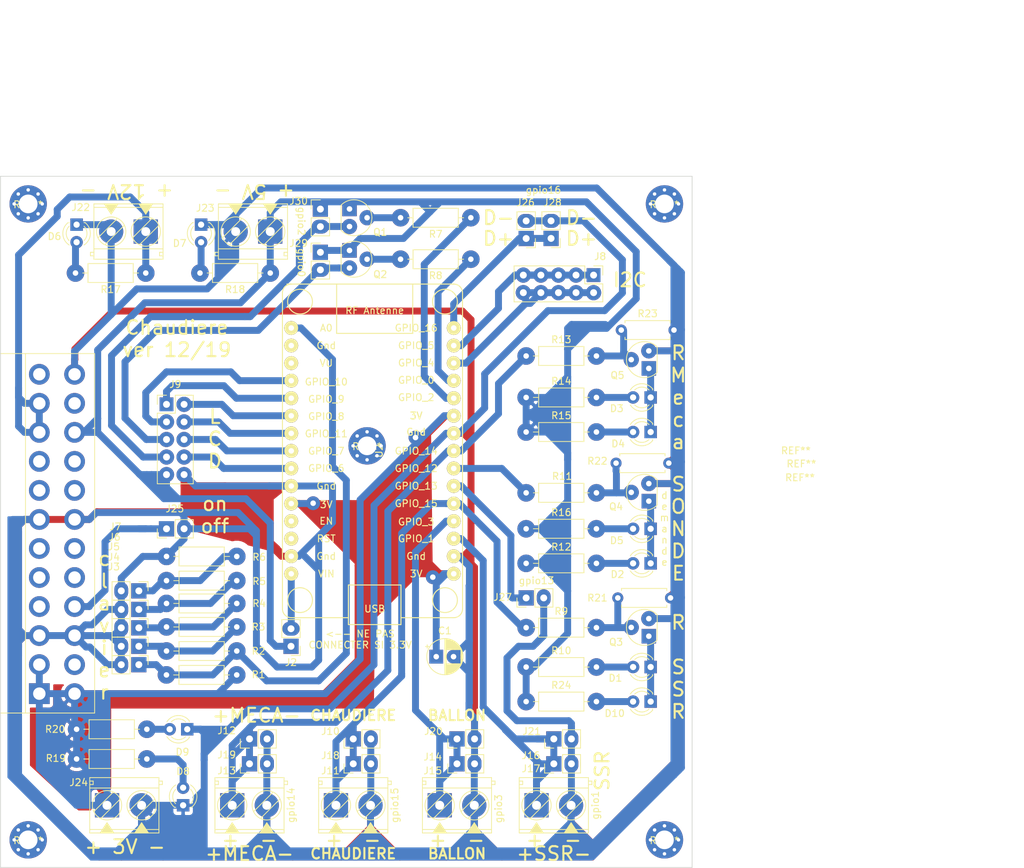
<source format=kicad_pcb>
(kicad_pcb (version 20171130) (host pcbnew "(5.1.2)-2")
  (layers (0 F.Cu signal hide) (31 B.Cu signal) (34 B.Paste user) (35 F.Paste user) (36 B.SilkS user) (37 F.SilkS user) (38 B.Mask user) (39 F.Mask user) (44 Edge.Cuts user))
  (net 0 "")
  (net 1 GND)
  (net 2 +3V3)
  (net 3 "Net-(D1-Pad2)")
  (net 4 "Net-(D1-Pad1)")
  (net 5 "Net-(D2-Pad2)")
  (net 6 "Net-(D2-Pad1)")
  (net 7 "Net-(D3-Pad2)")
  (net 8 "Net-(D3-Pad1)")
  (net 9 "Net-(D4-Pad2)")
  (net 10 "Net-(D5-Pad2)")
  (net 11 "Net-(D6-Pad2)")
  (net 12 "Net-(D7-Pad2)")
  (net 13 "Net-(D8-Pad2)")
  (net 14 "Net-(J1-Pad14)")
  (net 15 "Net-(J1-Pad16)")
  (net 16 "Net-(J1-Pad17)")
  (net 17 "Net-(J1-Pad18)")
  (net 18 "Net-(J1-Pad20)")
  (net 19 "Net-(J1-Pad21)")
  (net 20 +5V)
  (net 21 "Net-(J1-Pad23)")
  (net 22 "Net-(J1-Pad5)")
  (net 23 "Net-(J1-Pad8)")
  (net 24 "Net-(J1-Pad9)")
  (net 25 +12V)
  (net 26 "Net-(J2-Pad2)")
  (net 27 "Net-(J3-Pad1)")
  (net 28 "Net-(J4-Pad1)")
  (net 29 "Net-(J5-Pad1)")
  (net 30 "Net-(J6-Pad1)")
  (net 31 "Net-(J7-Pad1)")
  (net 32 "Net-(J8-Pad10)")
  (net 33 "Net-(J8-Pad1)")
  (net 34 "Net-(J9-Pad7)")
  (net 35 "Net-(J9-Pad4)")
  (net 36 "Net-(J9-Pad8)")
  (net 37 "Net-(J9-Pad3)")
  (net 38 "Net-(J9-Pad9)")
  (net 39 "Net-(J9-Pad2)")
  (net 40 "Net-(J9-Pad10)")
  (net 41 "Net-(J9-Pad1)")
  (net 42 "Net-(J10-Pad1)")
  (net 43 "Net-(J12-Pad1)")
  (net 44 "Net-(J14-Pad1)")
  (net 45 "Net-(J16-Pad1)")
  (net 46 "Net-(J26-Pad1)")
  (net 47 "Net-(J27-Pad1)")
  (net 48 "Net-(Q1-Pad2)")
  (net 49 "Net-(Q2-Pad2)")
  (net 50 "Net-(Q3-Pad2)")
  (net 51 "Net-(Q4-Pad2)")
  (net 52 "Net-(Q5-Pad2)")
  (net 53 "Net-(R7-Pad1)")
  (net 54 "Net-(R8-Pad1)")
  (net 55 "Net-(R11-Pad2)")
  (net 56 "Net-(U2-Pad13)")
  (net 57 "Net-(U2-Pad12)")
  (net 58 "Net-(U2-Pad3)")
  (net 59 "Net-(U2-Pad2)")
  (net 60 "Net-(D9-Pad2)")
  (net 61 "Net-(D10-Pad2)")
  (module atx:ESP12F-Devkit-V3-fred-GPIO (layer F.Cu) (at 104.1 91)
    (fp_text reference U2 (at 0.635 -1.27 90) (layer F.SilkS))
    (fp_text value ESP8266EX-NODEMCU-FRED-chaudier)
    (fp_text user USB (at 0 21.59) (layer F.SilkS))
    (fp_text user "RF Antenne" (at 0 -21.59) (layer F.SilkS))
    (fp_text user VIN (at -7 16.51) (layer F.SilkS))
    (fp_text user Gnd (at 6 -4) (layer F.SilkS))
    (fp_text user RST (at -7 11.43) (layer F.SilkS))
    (fp_text user EN (at -7 8.89) (layer F.SilkS))
    (fp_text user 3V (at 6 -6.35) (layer F.SilkS))
    (fp_text user Gnd (at -7 3.81) (layer F.SilkS))
    (fp_text user GPIO_6 (at -7 1.25) (layer F.SilkS))
    (fp_text user GPIO_7 (at -7 -1.25) (layer F.SilkS))
    (fp_text user GPIO_11 (at -7 -3.75) (layer F.SilkS))
    (fp_text user GPIO_8 (at -7 -6.25) (layer F.SilkS))
    (fp_text user GPIO_9 (at -7 -8.75) (layer F.SilkS))
    (fp_text user GPIO_10 (at -7 -11.25) (layer F.SilkS))
    (fp_text user VU (at -7 -13.97) (layer F.SilkS))
    (fp_text user Gnd (at -7 -16.51) (layer F.SilkS))
    (fp_text user A0 (at -7 -19.05) (layer F.SilkS))
    (fp_text user 3V (at 6 16.51) (layer F.SilkS))
    (fp_text user Gnd (at 6 13.97) (layer F.SilkS))
    (fp_text user GPIO_1 (at 6 11.43) (layer F.SilkS))
    (fp_text user GPIO_3 (at 6 9) (layer F.SilkS))
    (fp_text user GPIO_15 (at 6 6.35) (layer F.SilkS))
    (fp_text user GPIO_13 (at 6 3.81) (layer F.SilkS))
    (fp_text user GPIO_12 (at 6 1.27) (layer F.SilkS))
    (fp_text user GPIO_14 (at 6 -1.25) (layer F.SilkS))
    (fp_text user Gnd (at 6 -4) (layer F.SilkS))
    (fp_text user 3V (at 6 -6.35) (layer F.SilkS))
    (fp_text user GPIO_2 (at 6 -9) (layer F.SilkS))
    (fp_text user GPIO_0 (at 6 -11.5) (layer F.SilkS))
    (fp_text user GPIO_4 (at 6 -14) (layer F.SilkS))
    (fp_text user GPIO_5 (at 6 -16.51) (layer F.SilkS))
    (fp_text user GPIO_16 (at 6 -19.05) (layer F.SilkS))
    (fp_text user Gnd (at -7 13.97) (layer F.SilkS))
    (fp_text user 3V (at -7 6.5) (layer F.SilkS))
    (pad 1 thru_hole circle (at -12.065 -19.05) (size 2 2) (drill 0.8) (layers *.Cu *.Mask F.SilkS) (net 27 "Net-(J3-Pad1)"))
    (pad 2 thru_hole circle (at -12.065 -16.51) (size 2 2) (drill 0.8) (layers *.Cu *.Mask F.SilkS) (net 59 "Net-(U2-Pad2)"))
    (pad 3 thru_hole circle (at -12.065 -13.97) (size 2 2) (drill 0.8) (layers *.Cu *.Mask F.SilkS) (net 58 "Net-(U2-Pad3)"))
    (pad 4 thru_hole circle (at -12.065 -11.43) (size 2 2) (drill 0.8) (layers *.Cu *.Mask F.SilkS) (net 39 "Net-(J9-Pad2)"))
    (pad 5 thru_hole circle (at -12.065 -8.89) (size 2 2) (drill 0.8) (layers *.Cu *.Mask F.SilkS) (net 41 "Net-(J9-Pad1)"))
    (pad 6 thru_hole circle (at -12.065 -6.35) (size 2 2) (drill 0.8) (layers *.Cu *.Mask F.SilkS) (net 40 "Net-(J9-Pad10)"))
    (pad 7 thru_hole circle (at -12.065 -3.81) (size 2 2) (drill 0.8) (layers *.Cu *.Mask F.SilkS) (net 38 "Net-(J9-Pad9)"))
    (pad 8 thru_hole circle (at -12.065 -1.27) (size 2 2) (drill 0.8) (layers *.Cu *.Mask F.SilkS) (net 36 "Net-(J9-Pad8)"))
    (pad 9 thru_hole circle (at -12.065 1.27) (size 2 2) (drill 0.8) (layers *.Cu *.Mask F.SilkS) (net 34 "Net-(J9-Pad7)"))
    (pad 10 thru_hole circle (at -12.065 3.81) (size 2 2) (drill 0.8) (layers *.Cu *.Mask F.SilkS) (net 1 GND))
    (pad 11 thru_hole circle (at -12.065 6.35) (size 2 2) (drill 0.8) (layers *.Cu *.Mask F.SilkS) (net 2 +3V3))
    (pad 12 thru_hole circle (at -12.065 8.89) (size 2 2) (drill 0.8) (layers *.Cu *.Mask F.SilkS) (net 57 "Net-(U2-Pad12)"))
    (pad 13 thru_hole circle (at -12.065 11.43) (size 2 2) (drill 0.8) (layers *.Cu *.Mask F.SilkS) (net 56 "Net-(U2-Pad13)"))
    (pad 14 thru_hole circle (at -12.065 13.97) (size 2 2) (drill 0.8) (layers *.Cu *.Mask F.SilkS) (net 1 GND))
    (pad 15 thru_hole circle (at -12.065 16.51) (size 2 2) (drill 0.8) (layers *.Cu *.Mask F.SilkS) (net 26 "Net-(J2-Pad2)"))
    (pad 16 thru_hole circle (at 11.43 16.51) (size 2 2) (drill 0.8) (layers *.Cu *.Mask F.SilkS) (net 2 +3V3))
    (pad 17 thru_hole circle (at 11.43 13.97) (size 2 2) (drill 0.8) (layers *.Cu *.Mask F.SilkS) (net 1 GND))
    (pad 18 thru_hole circle (at 11.43 11.43) (size 2 2) (drill 0.8) (layers *.Cu *.Mask F.SilkS) (net 45 "Net-(J16-Pad1)"))
    (pad 19 thru_hole circle (at 11.43 8.89) (size 2 2) (drill 0.8) (layers *.Cu *.Mask F.SilkS) (net 44 "Net-(J14-Pad1)"))
    (pad 20 thru_hole circle (at 11.43 6.35) (size 2 2) (drill 0.8) (layers *.Cu *.Mask F.SilkS) (net 42 "Net-(J10-Pad1)"))
    (pad 21 thru_hole circle (at 11.43 3.81) (size 2 2) (drill 0.8) (layers *.Cu *.Mask F.SilkS) (net 47 "Net-(J27-Pad1)"))
    (pad 22 thru_hole circle (at 11.43 1.27) (size 2 2) (drill 0.8) (layers *.Cu *.Mask F.SilkS) (net 55 "Net-(R11-Pad2)"))
    (pad 23 thru_hole circle (at 11.43 -1.27) (size 2 2) (drill 0.8) (layers *.Cu *.Mask F.SilkS) (net 43 "Net-(J12-Pad1)"))
    (pad 24 thru_hole circle (at 11.43 -3.81) (size 2 2) (drill 0.8) (layers *.Cu *.Mask F.SilkS) (net 1 GND))
    (pad 25 thru_hole circle (at 11.43 -6.35) (size 2 2) (drill 0.8) (layers *.Cu *.Mask F.SilkS) (net 2 +3V3))
    (pad 26 thru_hole circle (at 11.43 -8.89) (size 2 2) (drill 0.8) (layers *.Cu *.Mask F.SilkS) (net 53 "Net-(R7-Pad1)"))
    (pad 27 thru_hole circle (at 11.43 -11.43) (size 2 2) (drill 0.8) (layers *.Cu *.Mask F.SilkS) (net 54 "Net-(R8-Pad1)"))
    (pad 28 thru_hole circle (at 11.43 -13.97) (size 2 2) (drill 0.8) (layers *.Cu *.Mask F.SilkS) (net 32 "Net-(J8-Pad10)"))
    (pad 29 thru_hole circle (at 11.43 -16.51) (size 2 2) (drill 0.8) (layers *.Cu *.Mask F.SilkS) (net 33 "Net-(J8-Pad1)"))
    (pad 30 thru_hole circle (at 11.43 -19.05) (size 2 2) (drill 0.8) (layers *.Cu *.Mask F.SilkS) (net 46 "Net-(J26-Pad1)"))
  )
  (module atx:pastille (layer F.Cu) (at 112.5 108)
    (fp_text reference REF** (at 53.1 -14.4) (layer F.SilkS))
    (fp_text value pastille)
    (pad 1 thru_hole circle (at 0 0) (size 2 2) (drill 0.8) (layers *.Cu *.Mask))
  )
  (module atx:pastille (layer F.Cu) (at 110 87.8)
    (fp_text reference REF** (at 55 1.9) (layer F.SilkS))
    (fp_text value pastille)
    (pad 1 thru_hole circle (at 0 0) (size 2 2) (drill 0.8) (layers *.Cu *.Mask))
  )
  (module atx:pastille (layer F.Cu) (at 95.2 97.3)
    (fp_text reference REF** (at 70.6 -5.7) (layer F.SilkS))
    (fp_text value pastille)
    (pad 1 thru_hole circle (at 0 0) (size 2 2) (drill 0.8) (layers *.Cu *.Mask))
  )
  (module atx:resistance (layer F.Cu) (at 126 126)
    (fp_text reference R24 (at 5.08 -2.37) (layer F.SilkS))
    (fp_text value R)
    (pad 1 thru_hole circle (at 0 0) (size 2.54 2.54) (drill 0.8) (layers *.Cu *.Mask) (net 20 +5V))
    (pad 2 thru_hole circle (at 10.16 0) (size 2.54 2.54) (drill 0.8) (layers *.Cu *.Mask) (net 61 "Net-(D10-Pad2)"))
  )
  (module LED_THT:LED_D3.0mm (layer F.Cu) (at 144 126 180)
    (fp_text reference D10 (at 5.2 -1.7) (layer F.SilkS))
    (fp_text value LED)
    (pad 2 thru_hole circle (at 2.54 0 180) (size 1.8 1.8) (drill 0.9) (layers *.Cu *.Mask) (net 61 "Net-(D10-Pad2)"))
    (pad 1 thru_hole rect (at 0 0 180) (size 1.8 1.8) (drill 0.9) (layers *.Cu *.Mask) (net 4 "Net-(D1-Pad1)"))
  )
  (module Resistor_THT:R_Axial_DIN0207_L6.3mm_D2.5mm_P7.62mm_Horizontal (layer F.Cu) (at 139.75 72.25)
    (fp_text reference R23 (at 3.81 -2.37) (layer F.SilkS))
    (fp_text value R)
    (pad 2 thru_hole oval (at 7.62 0) (size 1.6 1.6) (drill 0.8) (layers *.Cu *.Mask) (net 1 GND))
    (pad 1 thru_hole circle (at 0 0) (size 1.6 1.6) (drill 0.8) (layers *.Cu *.Mask) (net 52 "Net-(Q5-Pad2)"))
  )
  (module Resistor_THT:R_Axial_DIN0207_L6.3mm_D2.5mm_P7.62mm_Horizontal (layer F.Cu) (at 139 91.5)
    (fp_text reference R22 (at -2.7 -0.3) (layer F.SilkS))
    (fp_text value R)
    (pad 2 thru_hole oval (at 7.62 0) (size 1.6 1.6) (drill 0.8) (layers *.Cu *.Mask) (net 1 GND))
    (pad 1 thru_hole circle (at 0 0) (size 1.6 1.6) (drill 0.8) (layers *.Cu *.Mask) (net 51 "Net-(Q4-Pad2)"))
  )
  (module Resistor_THT:R_Axial_DIN0207_L6.3mm_D2.5mm_P7.62mm_Horizontal (layer F.Cu) (at 139.25 111)
    (fp_text reference R21 (at -2.95 0) (layer F.SilkS))
    (fp_text value R)
    (pad 2 thru_hole oval (at 7.62 0) (size 1.6 1.6) (drill 0.8) (layers *.Cu *.Mask) (net 1 GND))
    (pad 1 thru_hole circle (at 0 0) (size 1.6 1.6) (drill 0.8) (layers *.Cu *.Mask) (net 50 "Net-(Q3-Pad2)"))
  )
  (module atx:PinHeader_1x02_P2.54mm_Vertical (layer F.Cu) (at 96.25 61)
    (fp_text reference J29 (at -3.15 -1.3 -180) (layer F.SilkS))
    (fp_text value Conn_01x02_Female)
    (pad 1 thru_hole rect (at 0 0) (size 2.2 2.2) (drill 1) (layers *.Cu *.Mask))
    (pad 2 thru_hole oval (at 0 2.54) (size 2.5 2) (drill 1) (layers *.Cu *.Mask))
  )
  (module atx:PinHeader_1x02_P2.54mm_Vertical (layer F.Cu) (at 96.25 54.75)
    (fp_text reference J30 (at -3.15 -1.15 -180) (layer F.SilkS))
    (fp_text value Conn_01x02_Female)
    (pad 1 thru_hole rect (at 0 0) (size 2.2 2.2) (drill 1) (layers *.Cu *.Mask))
    (pad 2 thru_hole oval (at 0 2.54) (size 2.5 2) (drill 1) (layers *.Cu *.Mask))
  )
  (module atx:PinHeader_2x05_P2.54mm_Vertical-fred (layer F.Cu) (at 74 83)
    (fp_text reference J9 (at 1.27 -2.9 180) (layer F.SilkS))
    (fp_text value Conn_02x05_Top_Bottom)
    (pad 6 thru_hole circle (at 2.54 10.16) (size 2.2 2.2) (drill 1) (layers *.Cu *.Mask) (net 1 GND))
    (pad 5 thru_hole circle (at 0 10.16) (size 2.2 2.2) (drill 1) (layers *.Cu *.Mask) (net 20 +5V))
    (pad 7 thru_hole circle (at 2.54 7.62) (size 2.2 2.2) (drill 1) (layers *.Cu *.Mask) (net 34 "Net-(J9-Pad7)"))
    (pad 4 thru_hole circle (at 0 7.62) (size 2.2 2.2) (drill 1) (layers *.Cu *.Mask) (net 35 "Net-(J9-Pad4)"))
    (pad 8 thru_hole circle (at 2.54 5.08) (size 2.2 2.2) (drill 1) (layers *.Cu *.Mask) (net 36 "Net-(J9-Pad8)"))
    (pad 3 thru_hole circle (at 0 5.08) (size 2.2 2.2) (drill 1) (layers *.Cu *.Mask) (net 37 "Net-(J9-Pad3)"))
    (pad 9 thru_hole circle (at 2.54 2.54) (size 2.2 2.2) (drill 1) (layers *.Cu *.Mask) (net 38 "Net-(J9-Pad9)"))
    (pad 2 thru_hole circle (at 0 2.54) (size 2.2 2.2) (drill 1) (layers *.Cu *.Mask) (net 39 "Net-(J9-Pad2)"))
    (pad 10 thru_hole circle (at 2.54 0) (size 2.2 2.2) (drill 1) (layers *.Cu *.Mask) (net 40 "Net-(J9-Pad10)"))
    (pad 1 thru_hole rect (at 0 0 180) (size 2 2) (drill 1) (layers *.Cu *.Mask) (net 41 "Net-(J9-Pad1)"))
  )
  (module atx:PinHeader_2x05_P2.54mm_Vertical-fred (layer F.Cu) (at 135.75 64.3 270)
    (fp_text reference J8 (at -2.7 -0.95) (layer F.SilkS))
    (fp_text value Conn_02x05_Counter_Clockwise)
    (pad 6 thru_hole circle (at 2.54 10.16 270) (size 2.2 2.2) (drill 1) (layers *.Cu *.Mask) (net 32 "Net-(J8-Pad10)"))
    (pad 5 thru_hole circle (at 0 10.16 270) (size 2.2 2.2) (drill 1) (layers *.Cu *.Mask) (net 33 "Net-(J8-Pad1)"))
    (pad 7 thru_hole circle (at 2.54 7.62 270) (size 2.2 2.2) (drill 1) (layers *.Cu *.Mask) (net 32 "Net-(J8-Pad10)"))
    (pad 4 thru_hole circle (at 0 7.62 270) (size 2.2 2.2) (drill 1) (layers *.Cu *.Mask) (net 33 "Net-(J8-Pad1)"))
    (pad 8 thru_hole circle (at 2.54 5.08 270) (size 2.2 2.2) (drill 1) (layers *.Cu *.Mask) (net 32 "Net-(J8-Pad10)"))
    (pad 3 thru_hole circle (at 0 5.08 270) (size 2.2 2.2) (drill 1) (layers *.Cu *.Mask) (net 33 "Net-(J8-Pad1)"))
    (pad 9 thru_hole circle (at 2.54 2.54 270) (size 2.2 2.2) (drill 1) (layers *.Cu *.Mask) (net 32 "Net-(J8-Pad10)"))
    (pad 2 thru_hole circle (at 0 2.54 270) (size 2.2 2.2) (drill 1) (layers *.Cu *.Mask) (net 33 "Net-(J8-Pad1)"))
    (pad 10 thru_hole circle (at 2.54 0 270) (size 2.2 2.2) (drill 1) (layers *.Cu *.Mask) (net 32 "Net-(J8-Pad10)"))
    (pad 1 thru_hole rect (at 0 0 90) (size 2 2) (drill 1) (layers *.Cu *.Mask) (net 33 "Net-(J8-Pad1)"))
  )
  (module atx:PinHeader_1x02_P2.54mm_Vertical (layer F.Cu) (at 92 118 180)
    (fp_text reference J2 (at 0 -2.33) (layer F.SilkS))
    (fp_text value Conn_01x02_Male)
    (pad 1 thru_hole rect (at 0 0 180) (size 2.2 2.2) (drill 1) (layers *.Cu *.Mask) (net 20 +5V))
    (pad 2 thru_hole oval (at 0 2.54 180) (size 2.5 2) (drill 1) (layers *.Cu *.Mask) (net 26 "Net-(J2-Pad2)"))
  )
  (module atx:PinHeader_1x02_P2.54mm_Vertical (layer F.Cu) (at 129.6 58.99 180)
    (fp_text reference J28 (at -0.2 5.19) (layer F.SilkS))
    (fp_text value Conn_01x02_Female)
    (pad 1 thru_hole rect (at 0 0 180) (size 2.2 2.2) (drill 1) (layers *.Cu *.Mask) (net 46 "Net-(J26-Pad1)"))
    (pad 2 thru_hole oval (at 0 2.54 180) (size 2.5 2) (drill 1) (layers *.Cu *.Mask) (net 1 GND))
  )
  (module atx:PinHeader_1x02_P2.54mm_Vertical (layer F.Cu) (at 126 111 90)
    (fp_text reference J27 (at 0.1 -3.4 180) (layer F.SilkS))
    (fp_text value Conn_01x02_Female)
    (pad 1 thru_hole rect (at 0 0 90) (size 2.2 2.2) (drill 1) (layers *.Cu *.Mask) (net 47 "Net-(J27-Pad1)"))
    (pad 2 thru_hole oval (at 0 2.54 90) (size 2.5 2) (drill 1) (layers *.Cu *.Mask) (net 1 GND))
  )
  (module atx:PinHeader_1x02_P2.54mm_Vertical (layer F.Cu) (at 126 59 180)
    (fp_text reference J26 (at 0.1 5.2) (layer F.SilkS))
    (fp_text value Conn_01x02_Female)
    (pad 1 thru_hole rect (at 0 0 180) (size 2.2 2.2) (drill 1) (layers *.Cu *.Mask) (net 46 "Net-(J26-Pad1)"))
    (pad 2 thru_hole oval (at 0 2.54 180) (size 2.5 2) (drill 1) (layers *.Cu *.Mask) (net 1 GND))
  )
  (module atx:PinHeader_1x02_P2.54mm_Vertical (layer F.Cu) (at 74 101 90)
    (fp_text reference J25 (at 2.9 1.2 180) (layer F.SilkS))
    (fp_text value Conn_01x02_Female)
    (pad 1 thru_hole rect (at 0 0 90) (size 2.2 2.2) (drill 1) (layers *.Cu *.Mask) (net 15 "Net-(J1-Pad16)"))
    (pad 2 thru_hole oval (at 0 2.54 90) (size 2.5 2) (drill 1) (layers *.Cu *.Mask) (net 1 GND))
  )
  (module atx:PinHeader_1x02_P2.54mm_Vertical (layer F.Cu) (at 130 131.4 90)
    (fp_text reference J21 (at 1.1 -3.2 180) (layer F.SilkS))
    (fp_text value Conn_01x02_Female)
    (pad 1 thru_hole rect (at 0 0 90) (size 2.2 2.2) (drill 1) (layers *.Cu *.Mask) (net 45 "Net-(J16-Pad1)"))
    (pad 2 thru_hole oval (at 0 2.54 90) (size 2.5 2) (drill 1) (layers *.Cu *.Mask) (net 1 GND))
  )
  (module atx:PinHeader_1x02_P2.54mm_Vertical (layer F.Cu) (at 116 131.4 90)
    (fp_text reference J20 (at 1.1 -3.4 180) (layer F.SilkS))
    (fp_text value Conn_01x02_Female)
    (pad 1 thru_hole rect (at 0 0 90) (size 2.2 2.2) (drill 1) (layers *.Cu *.Mask) (net 44 "Net-(J14-Pad1)"))
    (pad 2 thru_hole oval (at 0 2.54 90) (size 2.5 2) (drill 1) (layers *.Cu *.Mask) (net 1 GND))
  )
  (module atx:PinHeader_1x02_P2.54mm_Vertical (layer F.Cu) (at 86 135 90)
    (fp_text reference J19 (at 1.3 -3.3 180) (layer F.SilkS))
    (fp_text value Conn_01x02_Female)
    (pad 1 thru_hole rect (at 0 0 90) (size 2.2 2.2) (drill 1) (layers *.Cu *.Mask) (net 43 "Net-(J12-Pad1)"))
    (pad 2 thru_hole oval (at 0 2.54 90) (size 2.5 2) (drill 1) (layers *.Cu *.Mask) (net 1 GND))
  )
  (module atx:PinHeader_1x02_P2.54mm_Vertical (layer F.Cu) (at 101 135 90)
    (fp_text reference J18 (at 1.2 -3.3 180) (layer F.SilkS))
    (fp_text value Conn_01x02_Female)
    (pad 1 thru_hole rect (at 0 0 90) (size 2.2 2.2) (drill 1) (layers *.Cu *.Mask) (net 42 "Net-(J10-Pad1)"))
    (pad 2 thru_hole oval (at 0 2.54 90) (size 2.5 2) (drill 1) (layers *.Cu *.Mask) (net 1 GND))
  )
  (module atx:PinHeader_1x02_P2.54mm_Vertical (layer F.Cu) (at 130 135 90)
    (fp_text reference J16 (at 1.2 -3.3 180) (layer F.SilkS))
    (fp_text value Conn_01x02_Female)
    (pad 1 thru_hole rect (at 0 0 90) (size 2.2 2.2) (drill 1) (layers *.Cu *.Mask) (net 45 "Net-(J16-Pad1)"))
    (pad 2 thru_hole oval (at 0 2.54 90) (size 2.5 2) (drill 1) (layers *.Cu *.Mask) (net 1 GND))
  )
  (module atx:PinHeader_1x02_P2.54mm_Vertical (layer F.Cu) (at 116 135 90)
    (fp_text reference J14 (at 1 -3.5 180) (layer F.SilkS))
    (fp_text value Conn_01x02_Female)
    (pad 1 thru_hole rect (at 0 0 90) (size 2.2 2.2) (drill 1) (layers *.Cu *.Mask) (net 44 "Net-(J14-Pad1)"))
    (pad 2 thru_hole oval (at 0 2.54 90) (size 2.5 2) (drill 1) (layers *.Cu *.Mask) (net 1 GND))
  )
  (module atx:PinHeader_1x02_P2.54mm_Vertical (layer F.Cu) (at 86 131.4 90)
    (fp_text reference J12 (at 1.2 -3.3 180) (layer F.SilkS))
    (fp_text value Conn_01x02_Female)
    (pad 1 thru_hole rect (at 0 0 90) (size 2.2 2.2) (drill 1) (layers *.Cu *.Mask) (net 43 "Net-(J12-Pad1)"))
    (pad 2 thru_hole oval (at 0 2.54 90) (size 2.5 2) (drill 1) (layers *.Cu *.Mask) (net 1 GND))
  )
  (module atx:PinHeader_1x02_P2.54mm_Vertical (layer F.Cu) (at 101 131.4 90)
    (fp_text reference J10 (at 1.1 -3.3 180) (layer F.SilkS))
    (fp_text value Conn_01x02_Female)
    (pad 1 thru_hole rect (at 0 0 90) (size 2.2 2.2) (drill 1) (layers *.Cu *.Mask) (net 42 "Net-(J10-Pad1)"))
    (pad 2 thru_hole oval (at 0 2.54 90) (size 2.5 2) (drill 1) (layers *.Cu *.Mask) (net 1 GND))
  )
  (module atx:PinHeader_1x02_P2.54mm_Vertical (layer F.Cu) (at 70 109.98 270)
    (fp_text reference J7 (at -9.28 3.4 180) (layer F.SilkS))
    (fp_text value Conn_01x02_Female)
    (pad 1 thru_hole rect (at 0 0 270) (size 2.2 2.2) (drill 1) (layers *.Cu *.Mask) (net 31 "Net-(J7-Pad1)"))
    (pad 2 thru_hole oval (at 0 2.54 270) (size 2.5 2) (drill 1) (layers *.Cu *.Mask) (net 1 GND))
  )
  (module atx:PinHeader_1x02_P2.54mm_Vertical (layer F.Cu) (at 70 112.67 270)
    (fp_text reference J6 (at -10.47 3.5) (layer F.SilkS))
    (fp_text value Conn_01x02_Female)
    (pad 1 thru_hole rect (at 0 0 270) (size 2.2 2.2) (drill 1) (layers *.Cu *.Mask) (net 30 "Net-(J6-Pad1)"))
    (pad 2 thru_hole oval (at 0 2.54 270) (size 2.5 2) (drill 1) (layers *.Cu *.Mask) (net 1 GND))
  )
  (module atx:PinHeader_1x02_P2.54mm_Vertical (layer F.Cu) (at 70 115.33 270)
    (fp_text reference J5 (at -11.73 3.6 180) (layer F.SilkS))
    (fp_text value Conn_01x02_Female)
    (pad 1 thru_hole rect (at 0 0 270) (size 2.2 2.2) (drill 1) (layers *.Cu *.Mask) (net 29 "Net-(J5-Pad1)"))
    (pad 2 thru_hole oval (at 0 2.54 270) (size 2.5 2) (drill 1) (layers *.Cu *.Mask) (net 1 GND))
  )
  (module atx:PinHeader_1x02_P2.54mm_Vertical (layer F.Cu) (at 70 118 270)
    (fp_text reference J4 (at -12.9 3.6 180) (layer F.SilkS))
    (fp_text value Conn_01x02_Female)
    (pad 1 thru_hole rect (at 0 0 270) (size 2.2 2.2) (drill 1) (layers *.Cu *.Mask) (net 28 "Net-(J4-Pad1)"))
    (pad 2 thru_hole oval (at 0 2.54 270) (size 2.5 2) (drill 1) (layers *.Cu *.Mask) (net 1 GND))
  )
  (module atx:PinHeader_1x02_P2.54mm_Vertical (layer F.Cu) (at 70 120.66 270)
    (fp_text reference J3 (at -14.16 3.6 180) (layer F.SilkS))
    (fp_text value Conn_01x02_Female)
    (pad 1 thru_hole rect (at 0 0 270) (size 2.2 2.2) (drill 1) (layers *.Cu *.Mask) (net 27 "Net-(J3-Pad1)"))
    (pad 2 thru_hole oval (at 0 2.54 270) (size 2.5 2) (drill 1) (layers *.Cu *.Mask) (net 1 GND))
  )
  (module atx:resistance (layer F.Cu) (at 61 130)
    (fp_text reference R20 (at -3.1 0) (layer F.SilkS))
    (fp_text value R)
    (pad 1 thru_hole circle (at 0 0) (size 2.54 2.54) (drill 0.8) (layers *.Cu *.Mask) (net 2 +3V3))
    (pad 2 thru_hole circle (at 10.16 0) (size 2.54 2.54) (drill 0.8) (layers *.Cu *.Mask) (net 60 "Net-(D9-Pad2)"))
  )
  (module atx:resistance (layer F.Cu) (at 61 134.3)
    (fp_text reference R19 (at -3 -0.1) (layer F.SilkS))
    (fp_text value R)
    (pad 1 thru_hole circle (at 0 0) (size 2.54 2.54) (drill 0.8) (layers *.Cu *.Mask) (net 2 +3V3))
    (pad 2 thru_hole circle (at 10.16 0) (size 2.54 2.54) (drill 0.8) (layers *.Cu *.Mask) (net 13 "Net-(D8-Pad2)"))
  )
  (module atx:resistance (layer F.Cu) (at 89 64 180)
    (fp_text reference R18 (at 5.08 -2.37) (layer F.SilkS))
    (fp_text value R)
    (pad 1 thru_hole circle (at 0 0 180) (size 2.54 2.54) (drill 0.8) (layers *.Cu *.Mask) (net 20 +5V))
    (pad 2 thru_hole circle (at 10.16 0 180) (size 2.54 2.54) (drill 0.8) (layers *.Cu *.Mask) (net 12 "Net-(D7-Pad2)"))
  )
  (module atx:resistance (layer F.Cu) (at 71 64 180)
    (fp_text reference R17 (at 5.08 -2.37) (layer F.SilkS))
    (fp_text value R)
    (pad 1 thru_hole circle (at 0 0 180) (size 2.54 2.54) (drill 0.8) (layers *.Cu *.Mask) (net 25 +12V))
    (pad 2 thru_hole circle (at 10.16 0 180) (size 2.54 2.54) (drill 0.8) (layers *.Cu *.Mask) (net 11 "Net-(D6-Pad2)"))
  )
  (module atx:resistance (layer F.Cu) (at 126 101)
    (fp_text reference R16 (at 5.08 -2.37) (layer F.SilkS))
    (fp_text value R)
    (pad 1 thru_hole circle (at 0 0) (size 2.54 2.54) (drill 0.8) (layers *.Cu *.Mask) (net 20 +5V))
    (pad 2 thru_hole circle (at 10.16 0) (size 2.54 2.54) (drill 0.8) (layers *.Cu *.Mask) (net 10 "Net-(D5-Pad2)"))
  )
  (module atx:resistance (layer F.Cu) (at 126 87)
    (fp_text reference R15 (at 5.08 -2.37) (layer F.SilkS))
    (fp_text value R)
    (pad 1 thru_hole circle (at 0 0) (size 2.54 2.54) (drill 0.8) (layers *.Cu *.Mask) (net 20 +5V))
    (pad 2 thru_hole circle (at 10.16 0) (size 2.54 2.54) (drill 0.8) (layers *.Cu *.Mask) (net 9 "Net-(D4-Pad2)"))
  )
  (module atx:resistance (layer F.Cu) (at 126 82)
    (fp_text reference R14 (at 5.08 -2.37) (layer F.SilkS))
    (fp_text value R)
    (pad 1 thru_hole circle (at 0 0) (size 2.54 2.54) (drill 0.8) (layers *.Cu *.Mask) (net 20 +5V))
    (pad 2 thru_hole circle (at 10.16 0) (size 2.54 2.54) (drill 0.8) (layers *.Cu *.Mask) (net 7 "Net-(D3-Pad2)"))
  )
  (module atx:resistance (layer F.Cu) (at 126 76)
    (fp_text reference R13 (at 5.08 -2.37) (layer F.SilkS))
    (fp_text value R)
    (pad 1 thru_hole circle (at 0 0) (size 2.54 2.54) (drill 0.8) (layers *.Cu *.Mask) (net 43 "Net-(J12-Pad1)"))
    (pad 2 thru_hole circle (at 10.16 0) (size 2.54 2.54) (drill 0.8) (layers *.Cu *.Mask) (net 52 "Net-(Q5-Pad2)"))
  )
  (module atx:resistance (layer F.Cu) (at 126 106)
    (fp_text reference R12 (at 5.08 -2.37) (layer F.SilkS))
    (fp_text value R)
    (pad 1 thru_hole circle (at 0 0) (size 2.54 2.54) (drill 0.8) (layers *.Cu *.Mask) (net 20 +5V))
    (pad 2 thru_hole circle (at 10.16 0) (size 2.54 2.54) (drill 0.8) (layers *.Cu *.Mask) (net 5 "Net-(D2-Pad2)"))
  )
  (module atx:resistance (layer F.Cu) (at 136.16 95.8 180)
    (fp_text reference R11 (at 4.96 2.4) (layer F.SilkS))
    (fp_text value R)
    (pad 1 thru_hole circle (at 0 0 180) (size 2.54 2.54) (drill 0.8) (layers *.Cu *.Mask) (net 51 "Net-(Q4-Pad2)"))
    (pad 2 thru_hole circle (at 10.16 0 180) (size 2.54 2.54) (drill 0.8) (layers *.Cu *.Mask) (net 55 "Net-(R11-Pad2)"))
  )
  (module atx:resistance (layer F.Cu) (at 126 121)
    (fp_text reference R10 (at 5.08 -2.37) (layer F.SilkS))
    (fp_text value R)
    (pad 1 thru_hole circle (at 0 0) (size 2.54 2.54) (drill 0.8) (layers *.Cu *.Mask) (net 20 +5V))
    (pad 2 thru_hole circle (at 10.16 0) (size 2.54 2.54) (drill 0.8) (layers *.Cu *.Mask) (net 3 "Net-(D1-Pad2)"))
  )
  (module atx:resistance (layer F.Cu) (at 126 115.3)
    (fp_text reference R9 (at 5.08 -2.37) (layer F.SilkS))
    (fp_text value R)
    (pad 1 thru_hole circle (at 0 0) (size 2.54 2.54) (drill 0.8) (layers *.Cu *.Mask) (net 42 "Net-(J10-Pad1)"))
    (pad 2 thru_hole circle (at 10.16 0) (size 2.54 2.54) (drill 0.8) (layers *.Cu *.Mask) (net 50 "Net-(Q3-Pad2)"))
  )
  (module atx:resistance (layer F.Cu) (at 118 62 180)
    (fp_text reference R8 (at 5.08 -2.37) (layer F.SilkS))
    (fp_text value R)
    (pad 1 thru_hole circle (at 0 0 180) (size 2.54 2.54) (drill 0.8) (layers *.Cu *.Mask) (net 54 "Net-(R8-Pad1)"))
    (pad 2 thru_hole circle (at 10.16 0 180) (size 2.54 2.54) (drill 0.8) (layers *.Cu *.Mask) (net 49 "Net-(Q2-Pad2)"))
  )
  (module atx:resistance (layer F.Cu) (at 118 56 180)
    (fp_text reference R7 (at 5.08 -2.37) (layer F.SilkS))
    (fp_text value R)
    (pad 1 thru_hole circle (at 0 0 180) (size 2.54 2.54) (drill 0.8) (layers *.Cu *.Mask) (net 53 "Net-(R7-Pad1)"))
    (pad 2 thru_hole circle (at 10.16 0 180) (size 2.54 2.54) (drill 0.8) (layers *.Cu *.Mask) (net 48 "Net-(Q1-Pad2)"))
  )
  (module atx:resistance (layer F.Cu) (at 74 105)
    (fp_text reference R6 (at 13.4 0.1) (layer F.SilkS))
    (fp_text value R)
    (pad 1 thru_hole circle (at 0 0) (size 2.54 2.54) (drill 0.8) (layers *.Cu *.Mask) (net 1 GND))
    (pad 2 thru_hole circle (at 10.16 0) (size 2.54 2.54) (drill 0.8) (layers *.Cu *.Mask) (net 31 "Net-(J7-Pad1)"))
  )
  (module atx:resistance (layer F.Cu) (at 74 108.5)
    (fp_text reference R5 (at 13.4 0.1) (layer F.SilkS))
    (fp_text value R)
    (pad 1 thru_hole circle (at 0 0) (size 2.54 2.54) (drill 0.8) (layers *.Cu *.Mask) (net 31 "Net-(J7-Pad1)"))
    (pad 2 thru_hole circle (at 10.16 0) (size 2.54 2.54) (drill 0.8) (layers *.Cu *.Mask) (net 30 "Net-(J6-Pad1)"))
  )
  (module atx:resistance (layer F.Cu) (at 74 111.8)
    (fp_text reference R4 (at 13.4 0) (layer F.SilkS))
    (fp_text value R)
    (pad 1 thru_hole circle (at 0 0) (size 2.54 2.54) (drill 0.8) (layers *.Cu *.Mask) (net 30 "Net-(J6-Pad1)"))
    (pad 2 thru_hole circle (at 10.16 0) (size 2.54 2.54) (drill 0.8) (layers *.Cu *.Mask) (net 29 "Net-(J5-Pad1)"))
  )
  (module atx:resistance (layer F.Cu) (at 74 115.2)
    (fp_text reference R3 (at 13.3 0) (layer F.SilkS))
    (fp_text value R)
    (pad 1 thru_hole circle (at 0 0) (size 2.54 2.54) (drill 0.8) (layers *.Cu *.Mask) (net 29 "Net-(J5-Pad1)"))
    (pad 2 thru_hole circle (at 10.16 0) (size 2.54 2.54) (drill 0.8) (layers *.Cu *.Mask) (net 28 "Net-(J4-Pad1)"))
  )
  (module atx:resistance (layer F.Cu) (at 74 118.68)
    (fp_text reference R2 (at 13.3 0.02) (layer F.SilkS))
    (fp_text value R)
    (pad 1 thru_hole circle (at 0 0) (size 2.54 2.54) (drill 0.8) (layers *.Cu *.Mask) (net 28 "Net-(J4-Pad1)"))
    (pad 2 thru_hole circle (at 10.16 0) (size 2.54 2.54) (drill 0.8) (layers *.Cu *.Mask) (net 27 "Net-(J3-Pad1)"))
  )
  (module atx:resistance (layer F.Cu) (at 84.15 122.14 180)
    (fp_text reference R1 (at -3.15 0.04) (layer F.SilkS))
    (fp_text value R)
    (pad 1 thru_hole circle (at 0 0 180) (size 2.54 2.54) (drill 0.8) (layers *.Cu *.Mask) (net 2 +3V3))
    (pad 2 thru_hole circle (at 10.16 0 180) (size 2.54 2.54) (drill 0.8) (layers *.Cu *.Mask) (net 27 "Net-(J3-Pad1)"))
  )
  (module LED_THT:LED_D3.0mm (layer F.Cu) (at 77 130 180)
    (fp_text reference D9 (at 0.7 -3.3) (layer F.SilkS))
    (fp_text value LED)
    (pad 2 thru_hole circle (at 2.54 0 180) (size 1.8 1.8) (drill 0.9) (layers *.Cu *.Mask) (net 60 "Net-(D9-Pad2)"))
    (pad 1 thru_hole rect (at 0 0 180) (size 1.8 1.8) (drill 0.9) (layers *.Cu *.Mask) (net 1 GND))
  )
  (module Capacitor_THT:CP_Radial_D5.0mm_P2.50mm (layer F.Cu) (at 113 119.5)
    (fp_text reference C1 (at 1.25 -3.75) (layer F.SilkS))
    (fp_text value CP)
    (pad 2 thru_hole circle (at 2.5 0) (size 2 2) (drill 0.8) (layers *.Cu *.Mask) (net 1 GND))
    (pad 1 thru_hole rect (at 0 0) (size 2 2) (drill 0.8) (layers *.Cu *.Mask) (net 2 +3V3))
  )
  (module atx:TO-92_Inline-fred-2 (layer F.Cu) (at 143.1 77.8 90)
    (fp_text reference Q5 (at -1 -3.9 180) (layer F.SilkS))
    (fp_text value BC548)
    (pad 2 thru_hole circle (at 1.27 -1.905 90) (size 2.2 2.2) (drill 0.8) (layers *.Cu *.Mask) (net 52 "Net-(Q5-Pad2)"))
    (pad 3 thru_hole circle (at 2.54 0.635 90) (size 2.2 2.2) (drill 0.8) (layers *.Cu *.Mask) (net 1 GND))
    (pad 1 thru_hole rect (at 0 0.635 90) (size 2.1 2.1) (drill 0.8) (layers *.Cu *.Mask) (net 8 "Net-(D3-Pad1)"))
  )
  (module atx:TO-92_Inline-fred-2 (layer F.Cu) (at 143.1 97 90)
    (fp_text reference Q4 (at -0.8 -4.1 180) (layer F.SilkS))
    (fp_text value BC548)
    (pad 2 thru_hole circle (at 1.27 -1.905 90) (size 2.2 2.2) (drill 0.8) (layers *.Cu *.Mask) (net 51 "Net-(Q4-Pad2)"))
    (pad 3 thru_hole circle (at 2.54 0.635 90) (size 2.2 2.2) (drill 0.8) (layers *.Cu *.Mask) (net 1 GND))
    (pad 1 thru_hole rect (at 0 0.635 90) (size 2.1 2.1) (drill 0.8) (layers *.Cu *.Mask) (net 6 "Net-(D2-Pad1)"))
  )
  (module atx:TO-92_Inline-fred-2 (layer F.Cu) (at 143.1 116.54 90)
    (fp_text reference Q3 (at -0.86 -4.1 180) (layer F.SilkS))
    (fp_text value BC548)
    (pad 2 thru_hole circle (at 1.27 -1.905 90) (size 2.2 2.2) (drill 0.8) (layers *.Cu *.Mask) (net 50 "Net-(Q3-Pad2)"))
    (pad 3 thru_hole circle (at 2.54 0.635 90) (size 2.2 2.2) (drill 0.8) (layers *.Cu *.Mask) (net 1 GND))
    (pad 1 thru_hole rect (at 0 0.635 90) (size 2.1 2.1) (drill 0.8) (layers *.Cu *.Mask) (net 4 "Net-(D1-Pad1)"))
  )
  (module atx:TO-92_Inline-fred-2 (layer F.Cu) (at 101.095 54.73 270)
    (fp_text reference Q1 (at 3.37 -3.805 180) (layer F.SilkS))
    (fp_text value BC548)
    (pad 2 thru_hole circle (at 1.27 -1.905 270) (size 2.2 2.2) (drill 0.8) (layers *.Cu *.Mask) (net 48 "Net-(Q1-Pad2)"))
    (pad 3 thru_hole circle (at 2.54 0.635 270) (size 2.2 2.2) (drill 0.8) (layers *.Cu *.Mask) (net 35 "Net-(J9-Pad4)"))
    (pad 1 thru_hole rect (at 0 0.635 270) (size 2.1 2.1) (drill 0.8) (layers *.Cu *.Mask) (net 20 +5V))
  )
  (module atx:TO-92_Inline-fred-2 (layer F.Cu) (at 101.095 60.73 270)
    (fp_text reference Q2 (at 3.47 -3.805 180) (layer F.SilkS))
    (fp_text value BC548)
    (pad 2 thru_hole circle (at 1.27 -1.905 270) (size 2.2 2.2) (drill 0.8) (layers *.Cu *.Mask) (net 49 "Net-(Q2-Pad2)"))
    (pad 3 thru_hole circle (at 2.54 0.635 270) (size 2.2 2.2) (drill 0.8) (layers *.Cu *.Mask) (net 37 "Net-(J9-Pad3)"))
    (pad 1 thru_hole rect (at 0 0.635 270) (size 2.1 2.1) (drill 0.8) (layers *.Cu *.Mask) (net 20 +5V))
  )
  (module MountingHole:MountingHole_2.7mm_Pad_Via (layer F.Cu) (at 103 89)
    (fp_text reference REF** (at 0 0.1) (layer F.SilkS))
    (fp_text value MountingHole_2.7mm_Pad_Via)
    (pad 1 thru_hole circle (at 1.431891 -1.431891) (size 0.8 0.8) (drill 0.5) (layers *.Cu *.Mask))
    (pad 1 thru_hole circle (at 0 -2.025) (size 0.8 0.8) (drill 0.5) (layers *.Cu *.Mask))
    (pad 1 thru_hole circle (at -1.431891 -1.431891) (size 0.8 0.8) (drill 0.5) (layers *.Cu *.Mask))
    (pad 1 thru_hole circle (at -2.025 0) (size 0.8 0.8) (drill 0.5) (layers *.Cu *.Mask))
    (pad 1 thru_hole circle (at -1.431891 1.431891) (size 0.8 0.8) (drill 0.5) (layers *.Cu *.Mask))
    (pad 1 thru_hole circle (at 0 2.025) (size 0.8 0.8) (drill 0.5) (layers *.Cu *.Mask))
    (pad 1 thru_hole circle (at 1.431891 1.431891) (size 0.8 0.8) (drill 0.5) (layers *.Cu *.Mask))
    (pad 1 thru_hole circle (at 2.025 0) (size 0.8 0.8) (drill 0.5) (layers *.Cu *.Mask))
    (pad 1 thru_hole circle (at 0 0) (size 5.4 5.4) (drill 2.7) (layers *.Cu *.Mask))
  )
  (module MountingHole:MountingHole_2.7mm_Pad_Via (layer F.Cu) (at 146 54)
    (fp_text reference REF** (at 0 0.1) (layer F.SilkS))
    (fp_text value MountingHole_2.7mm_Pad_Via)
    (pad 1 thru_hole circle (at 1.431891 -1.431891) (size 0.8 0.8) (drill 0.5) (layers *.Cu *.Mask))
    (pad 1 thru_hole circle (at 0 -2.025) (size 0.8 0.8) (drill 0.5) (layers *.Cu *.Mask))
    (pad 1 thru_hole circle (at -1.431891 -1.431891) (size 0.8 0.8) (drill 0.5) (layers *.Cu *.Mask))
    (pad 1 thru_hole circle (at -2.025 0) (size 0.8 0.8) (drill 0.5) (layers *.Cu *.Mask))
    (pad 1 thru_hole circle (at -1.431891 1.431891) (size 0.8 0.8) (drill 0.5) (layers *.Cu *.Mask))
    (pad 1 thru_hole circle (at 0 2.025) (size 0.8 0.8) (drill 0.5) (layers *.Cu *.Mask))
    (pad 1 thru_hole circle (at 1.431891 1.431891) (size 0.8 0.8) (drill 0.5) (layers *.Cu *.Mask))
    (pad 1 thru_hole circle (at 2.025 0) (size 0.8 0.8) (drill 0.5) (layers *.Cu *.Mask))
    (pad 1 thru_hole circle (at 0 0) (size 5.4 5.4) (drill 2.7) (layers *.Cu *.Mask))
  )
  (module MountingHole:MountingHole_2.7mm_Pad_Via (layer F.Cu) (at 146 146)
    (fp_text reference REF** (at 0 0.1) (layer F.SilkS))
    (fp_text value MountingHole_2.7mm_Pad_Via)
    (pad 1 thru_hole circle (at 1.431891 -1.431891) (size 0.8 0.8) (drill 0.5) (layers *.Cu *.Mask))
    (pad 1 thru_hole circle (at 0 -2.025) (size 0.8 0.8) (drill 0.5) (layers *.Cu *.Mask))
    (pad 1 thru_hole circle (at -1.431891 -1.431891) (size 0.8 0.8) (drill 0.5) (layers *.Cu *.Mask))
    (pad 1 thru_hole circle (at -2.025 0) (size 0.8 0.8) (drill 0.5) (layers *.Cu *.Mask))
    (pad 1 thru_hole circle (at -1.431891 1.431891) (size 0.8 0.8) (drill 0.5) (layers *.Cu *.Mask))
    (pad 1 thru_hole circle (at 0 2.025) (size 0.8 0.8) (drill 0.5) (layers *.Cu *.Mask))
    (pad 1 thru_hole circle (at 1.431891 1.431891) (size 0.8 0.8) (drill 0.5) (layers *.Cu *.Mask))
    (pad 1 thru_hole circle (at 2.025 0) (size 0.8 0.8) (drill 0.5) (layers *.Cu *.Mask))
    (pad 1 thru_hole circle (at 0 0) (size 5.4 5.4) (drill 2.7) (layers *.Cu *.Mask))
  )
  (module MountingHole:MountingHole_2.7mm_Pad_Via (layer F.Cu) (at 54 146)
    (fp_text reference REF** (at 0 0.1) (layer F.SilkS))
    (fp_text value MountingHole_2.7mm_Pad_Via)
    (pad 1 thru_hole circle (at 1.431891 -1.431891) (size 0.8 0.8) (drill 0.5) (layers *.Cu *.Mask))
    (pad 1 thru_hole circle (at 0 -2.025) (size 0.8 0.8) (drill 0.5) (layers *.Cu *.Mask))
    (pad 1 thru_hole circle (at -1.431891 -1.431891) (size 0.8 0.8) (drill 0.5) (layers *.Cu *.Mask))
    (pad 1 thru_hole circle (at -2.025 0) (size 0.8 0.8) (drill 0.5) (layers *.Cu *.Mask))
    (pad 1 thru_hole circle (at -1.431891 1.431891) (size 0.8 0.8) (drill 0.5) (layers *.Cu *.Mask))
    (pad 1 thru_hole circle (at 0 2.025) (size 0.8 0.8) (drill 0.5) (layers *.Cu *.Mask))
    (pad 1 thru_hole circle (at 1.431891 1.431891) (size 0.8 0.8) (drill 0.5) (layers *.Cu *.Mask))
    (pad 1 thru_hole circle (at 2.025 0) (size 0.8 0.8) (drill 0.5) (layers *.Cu *.Mask))
    (pad 1 thru_hole circle (at 0 0) (size 5.4 5.4) (drill 2.7) (layers *.Cu *.Mask))
  )
  (module MountingHole:MountingHole_2.7mm_Pad_Via (layer F.Cu) (at 54 54)
    (fp_text reference REF** (at 0 0.1) (layer F.SilkS))
    (fp_text value MountingHole_2.7mm_Pad_Via)
    (pad 1 thru_hole circle (at 1.431891 -1.431891) (size 0.8 0.8) (drill 0.5) (layers *.Cu *.Mask))
    (pad 1 thru_hole circle (at 0 -2.025) (size 0.8 0.8) (drill 0.5) (layers *.Cu *.Mask))
    (pad 1 thru_hole circle (at -1.431891 -1.431891) (size 0.8 0.8) (drill 0.5) (layers *.Cu *.Mask))
    (pad 1 thru_hole circle (at -2.025 0) (size 0.8 0.8) (drill 0.5) (layers *.Cu *.Mask))
    (pad 1 thru_hole circle (at -1.431891 1.431891) (size 0.8 0.8) (drill 0.5) (layers *.Cu *.Mask))
    (pad 1 thru_hole circle (at 0 2.025) (size 0.8 0.8) (drill 0.5) (layers *.Cu *.Mask))
    (pad 1 thru_hole circle (at 1.431891 1.431891) (size 0.8 0.8) (drill 0.5) (layers *.Cu *.Mask))
    (pad 1 thru_hole circle (at 2.025 0) (size 0.8 0.8) (drill 0.5) (layers *.Cu *.Mask))
    (pad 1 thru_hole circle (at 0 0) (size 5.4 5.4) (drill 2.7) (layers *.Cu *.Mask))
  )
  (module atx:bornier_2pts_L10mm_W8mm (layer F.Cu) (at 65.4 141)
    (fp_text reference J24 (at -4.1 -3.3) (layer F.SilkS))
    (fp_text value Screw_Terminal_01x02)
    (pad 2 thru_hole circle (at 5 0) (size 3.5 3.5) (drill 1.3) (layers *.Cu *.Mask) (net 1 GND))
    (pad 1 thru_hole rect (at 0 0) (size 3.5 3.5) (drill 1.3) (layers *.Cu *.Mask) (net 2 +3V3))
  )
  (module atx:bornier_2pts_L10mm_W8mm (layer F.Cu) (at 89 58 180)
    (fp_text reference J23 (at 9.4 3.4) (layer F.SilkS))
    (fp_text value Screw_Terminal_01x02)
    (pad 2 thru_hole circle (at 5 0 180) (size 3.5 3.5) (drill 1.3) (layers *.Cu *.Mask) (net 1 GND))
    (pad 1 thru_hole rect (at 0 0 180) (size 3.5 3.5) (drill 1.3) (layers *.Cu *.Mask) (net 20 +5V))
  )
  (module atx:bornier_2pts_L10mm_W8mm (layer F.Cu) (at 71 58 180)
    (fp_text reference J22 (at 9.4 3.5) (layer F.SilkS))
    (fp_text value Screw_Terminal_01x02)
    (pad 2 thru_hole circle (at 5 0 180) (size 3.5 3.5) (drill 1.3) (layers *.Cu *.Mask) (net 1 GND))
    (pad 1 thru_hole rect (at 0 0 180) (size 3.5 3.5) (drill 1.3) (layers *.Cu *.Mask) (net 25 +12V))
  )
  (module atx:bornier_2pts_L10mm_W8mm (layer F.Cu) (at 127.5 141)
    (fp_text reference J17 (at -0.8 -5.3) (layer F.SilkS))
    (fp_text value Screw_Terminal_01x02)
    (pad 2 thru_hole circle (at 5 0) (size 3.5 3.5) (drill 1.3) (layers *.Cu *.Mask) (net 1 GND))
    (pad 1 thru_hole rect (at 0 0) (size 3.5 3.5) (drill 1.3) (layers *.Cu *.Mask) (net 45 "Net-(J16-Pad1)"))
  )
  (module atx:bornier_2pts_L10mm_W8mm (layer F.Cu) (at 113.5 141)
    (fp_text reference J15 (at -1 -5) (layer F.SilkS))
    (fp_text value Screw_Terminal_01x02)
    (pad 2 thru_hole circle (at 5 0) (size 3.5 3.5) (drill 1.3) (layers *.Cu *.Mask) (net 1 GND))
    (pad 1 thru_hole rect (at 0 0) (size 3.5 3.5) (drill 1.3) (layers *.Cu *.Mask) (net 44 "Net-(J14-Pad1)"))
  )
  (module atx:bornier_2pts_L10mm_W8mm (layer F.Cu) (at 83.5 141)
    (fp_text reference J13 (at -0.8 -5) (layer F.SilkS))
    (fp_text value Screw_Terminal_01x02)
    (pad 2 thru_hole circle (at 5 0) (size 3.5 3.5) (drill 1.3) (layers *.Cu *.Mask) (net 1 GND))
    (pad 1 thru_hole rect (at 0 0) (size 3.5 3.5) (drill 1.3) (layers *.Cu *.Mask) (net 43 "Net-(J12-Pad1)"))
  )
  (module atx:bornier_2pts_L10mm_W8mm (layer F.Cu) (at 98.5 141)
    (fp_text reference J11 (at -0.8 -5) (layer F.SilkS))
    (fp_text value Screw_Terminal_01x02)
    (pad 2 thru_hole circle (at 5 0) (size 3.5 3.5) (drill 1.3) (layers *.Cu *.Mask) (net 1 GND))
    (pad 1 thru_hole rect (at 0 0) (size 3.5 3.5) (drill 1.3) (layers *.Cu *.Mask) (net 42 "Net-(J10-Pad1)"))
  )
  (module atx:atx_couder_femelle (layer F.Cu) (at 55.61 78.65 270)
    (fp_text reference J1 (at 23 11 90) (layer F.SilkS))
    (fp_text value Conn_02x12_Top_Bottom)
    (pad 13 thru_hole circle (at 46.2 -5.1 270) (size 3 3) (drill 1.8) (layers *.Cu *.Mask) (net 2 +3V3))
    (pad 14 thru_hole circle (at 42 -5.1 270) (size 3 3) (drill 1.8) (layers *.Cu *.Mask) (net 14 "Net-(J1-Pad14)"))
    (pad 15 thru_hole circle (at 37.8 -5.1 270) (size 3 3) (drill 1.8) (layers *.Cu *.Mask) (net 1 GND))
    (pad 16 thru_hole circle (at 33.6 -5.1 270) (size 3 3) (drill 1.8) (layers *.Cu *.Mask) (net 15 "Net-(J1-Pad16)"))
    (pad 17 thru_hole circle (at 29.4 -5.1 270) (size 3 3) (drill 1.8) (layers *.Cu *.Mask) (net 16 "Net-(J1-Pad17)"))
    (pad 18 thru_hole circle (at 25.2 -5.1 270) (size 3 3) (drill 1.8) (layers *.Cu *.Mask) (net 17 "Net-(J1-Pad18)"))
    (pad 19 thru_hole circle (at 21 -5.1 270) (size 3 3) (drill 1.8) (layers *.Cu *.Mask) (net 1 GND))
    (pad 20 thru_hole circle (at 16.8 -5.1 270) (size 3 3) (drill 1.8) (layers *.Cu *.Mask) (net 18 "Net-(J1-Pad20)"))
    (pad 21 thru_hole circle (at 12.6 -5.1 270) (size 3 3) (drill 1.8) (layers *.Cu *.Mask) (net 19 "Net-(J1-Pad21)"))
    (pad 22 thru_hole circle (at 8.4 -5.1 270) (size 3 3) (drill 1.8) (layers *.Cu *.Mask) (net 20 +5V))
    (pad 23 thru_hole circle (at 4.2 -5.1 270) (size 3 3) (drill 1.8) (layers *.Cu *.Mask) (net 21 "Net-(J1-Pad23)"))
    (pad 24 thru_hole circle (at 0 -5.1 270) (size 3 3) (drill 1.8) (layers *.Cu *.Mask) (net 1 GND))
    (pad 1 thru_hole rect (at 46.2 0 270) (size 3 3) (drill 1.8) (layers *.Cu *.Mask) (net 2 +3V3))
    (pad 2 thru_hole circle (at 42 0 270) (size 3 3) (drill 1.8) (layers *.Cu *.Mask) (net 2 +3V3))
    (pad 3 thru_hole circle (at 37.8 0 270) (size 3 3) (drill 1.8) (layers *.Cu *.Mask) (net 1 GND))
    (pad 4 thru_hole circle (at 33.6 0 270) (size 3 3) (drill 1.8) (layers *.Cu *.Mask) (net 20 +5V))
    (pad 5 thru_hole circle (at 29.4 0 270) (size 3 3) (drill 1.8) (layers *.Cu *.Mask) (net 22 "Net-(J1-Pad5)"))
    (pad 6 thru_hole circle (at 25.2 0 270) (size 3 3) (drill 1.8) (layers *.Cu *.Mask) (net 20 +5V))
    (pad 7 thru_hole circle (at 21 0 270) (size 3 3) (drill 1.8) (layers *.Cu *.Mask) (net 1 GND))
    (pad 8 thru_hole circle (at 16.8 0 270) (size 3 3) (drill 1.8) (layers *.Cu *.Mask) (net 23 "Net-(J1-Pad8)"))
    (pad 9 thru_hole circle (at 12.6 0 270) (size 3 3) (drill 1.8) (layers *.Cu *.Mask) (net 24 "Net-(J1-Pad9)"))
    (pad 10 thru_hole circle (at 8.4 0 270) (size 3 3) (drill 1.8) (layers *.Cu *.Mask) (net 25 +12V))
    (pad 11 thru_hole circle (at 4.2 0 270) (size 3 3) (drill 1.8) (layers *.Cu *.Mask) (net 25 +12V))
    (pad 12 thru_hole circle (at 0 0 270) (size 3 3) (drill 1.8) (layers *.Cu *.Mask) (net 2 +3V3))
  )
  (module LED_THT:LED_D3.0mm (layer F.Cu) (at 76.4 141 90)
    (fp_text reference D8 (at 4.9 0 180) (layer F.SilkS))
    (fp_text value LED)
    (pad 2 thru_hole circle (at 2.54 0 90) (size 1.8 1.8) (drill 0.9) (layers *.Cu *.Mask) (net 13 "Net-(D8-Pad2)"))
    (pad 1 thru_hole rect (at 0 0 90) (size 1.8 1.8) (drill 0.9) (layers *.Cu *.Mask) (net 1 GND))
  )
  (module LED_THT:LED_D3.0mm (layer F.Cu) (at 79 57 270)
    (fp_text reference D7 (at 2.7 3.1 180) (layer F.SilkS))
    (fp_text value LED)
    (pad 2 thru_hole circle (at 2.54 0 270) (size 1.8 1.8) (drill 0.9) (layers *.Cu *.Mask) (net 12 "Net-(D7-Pad2)"))
    (pad 1 thru_hole rect (at 0 0 270) (size 1.8 1.8) (drill 0.9) (layers *.Cu *.Mask) (net 1 GND))
  )
  (module LED_THT:LED_D3.0mm (layer F.Cu) (at 61 57 270)
    (fp_text reference D6 (at 1.7 3.2 180) (layer F.SilkS))
    (fp_text value LED)
    (pad 2 thru_hole circle (at 2.54 0 270) (size 1.8 1.8) (drill 0.9) (layers *.Cu *.Mask) (net 11 "Net-(D6-Pad2)"))
    (pad 1 thru_hole rect (at 0 0 270) (size 1.8 1.8) (drill 0.9) (layers *.Cu *.Mask) (net 1 GND))
  )
  (module LED_THT:LED_D3.0mm (layer F.Cu) (at 144 101 180)
    (fp_text reference D5 (at 4.9 -1.7) (layer F.SilkS))
    (fp_text value LED)
    (pad 2 thru_hole circle (at 2.54 0 180) (size 1.8 1.8) (drill 0.9) (layers *.Cu *.Mask) (net 10 "Net-(D5-Pad2)"))
    (pad 1 thru_hole rect (at 0 0 180) (size 1.8 1.8) (drill 0.9) (layers *.Cu *.Mask) (net 6 "Net-(D2-Pad1)"))
  )
  (module LED_THT:LED_D3.0mm (layer F.Cu) (at 144 87 180)
    (fp_text reference D4 (at 4.7 -1.7) (layer F.SilkS))
    (fp_text value LED)
    (pad 2 thru_hole circle (at 2.54 0 180) (size 1.8 1.8) (drill 0.9) (layers *.Cu *.Mask) (net 9 "Net-(D4-Pad2)"))
    (pad 1 thru_hole rect (at 0 0 180) (size 1.8 1.8) (drill 0.9) (layers *.Cu *.Mask) (net 8 "Net-(D3-Pad1)"))
  )
  (module LED_THT:LED_D3.0mm (layer F.Cu) (at 144 82 180)
    (fp_text reference D3 (at 4.9 -1.6) (layer F.SilkS))
    (fp_text value LED)
    (pad 2 thru_hole circle (at 2.54 0 180) (size 1.8 1.8) (drill 0.9) (layers *.Cu *.Mask) (net 7 "Net-(D3-Pad2)"))
    (pad 1 thru_hole rect (at 0 0 180) (size 1.8 1.8) (drill 0.9) (layers *.Cu *.Mask) (net 8 "Net-(D3-Pad1)"))
  )
  (module LED_THT:LED_D3.0mm (layer F.Cu) (at 144 106 180)
    (fp_text reference D2 (at 4.8 -1.6) (layer F.SilkS))
    (fp_text value LED)
    (pad 2 thru_hole circle (at 2.54 0 180) (size 1.8 1.8) (drill 0.9) (layers *.Cu *.Mask) (net 5 "Net-(D2-Pad2)"))
    (pad 1 thru_hole rect (at 0 0 180) (size 1.8 1.8) (drill 0.9) (layers *.Cu *.Mask) (net 6 "Net-(D2-Pad1)"))
  )
  (module LED_THT:LED_D3.0mm (layer F.Cu) (at 144 121 180)
    (fp_text reference D1 (at 5.1 -1.6) (layer F.SilkS))
    (fp_text value LED)
    (pad 2 thru_hole circle (at 2.54 0 180) (size 1.8 1.8) (drill 0.9) (layers *.Cu *.Mask) (net 3 "Net-(D1-Pad2)"))
    (pad 1 thru_hole rect (at 0 0 180) (size 1.8 1.8) (drill 0.9) (layers *.Cu *.Mask) (net 4 "Net-(D1-Pad1)"))
  )
  (gr_text "Chaudiere\nver 12/19" (at 75.5 73.5) (layer F.SilkS) (effects (font (size 2 2) (thickness 0.3))))
  (gr_text gpio0 (at 93.5 62.5 270) (layer F.SilkS) (effects (font (size 1 1))))
  (gr_text gpio2 (at 93.5 56.5 270) (layer F.SilkS) (effects (font (size 1 1))))
  (gr_text gpio1 (at 136 141 90) (layer F.SilkS) (effects (font (size 1 1))))
  (gr_text gpio3 (at 122 141.5 90) (layer F.SilkS) (effects (font (size 1 1))))
  (gr_text gpio15 (at 107 141 90) (layer F.SilkS) (effects (font (size 1 1))))
  (gr_text gpio14 (at 92 141 90) (layer F.SilkS) (effects (font (size 1 1))))
  (gr_text gpio13 (at 127.5 108.5) (layer F.SilkS) (effects (font (size 1 1))))
  (gr_text gpio16 (at 128.5 52) (layer F.SilkS) (effects (font (size 1 1))))
  (gr_text "<-- NE PAS\nCONNECTER SI 3.3V" (at 102 117) (layer F.SilkS) (effects (font (size 1 1))))
  (gr_text "+  -" (at 130 146) (layer F.SilkS) (effects (font (size 2 2) (thickness 0.3))))
  (gr_text "+  -" (at 116 146) (layer F.SilkS) (effects (font (size 2 2) (thickness 0.3))))
  (gr_text "+  -" (at 86 146) (layer F.SilkS) (effects (font (size 2 2) (thickness 0.3))))
  (gr_text "+  -" (at 101 146) (layer F.SilkS) (effects (font (size 2 2) (thickness 0.3))))
  (gr_text SSR (at 137 136 90) (layer F.SilkS) (effects (font (size 2 2) (thickness 0.3))))
  (gr_text +MECA- (at 87 128) (layer F.SilkS) (effects (font (size 2 2) (thickness 0.3))))
  (gr_text CHAUDIERE (at 101 128) (layer F.SilkS) (effects (font (size 1.5 1.5) (thickness 0.3))))
  (gr_text BALLON (at 116 128) (layer F.SilkS) (effects (font (size 1.5 1.5) (thickness 0.3))))
  (gr_text BALLON (at 116 148) (layer F.SilkS) (effects (font (size 1.5 1.5) (thickness 0.3))))
  (gr_text CHAUDIERE (at 101 148) (layer F.SilkS) (effects (font (size 1.5 1.5) (thickness 0.3))))
  (gr_text +MECA- (at 86 148) (layer F.SilkS) (effects (font (size 2 2) (thickness 0.3))))
  (gr_text +SSR- (at 130 148) (layer F.SilkS) (effects (font (size 2 2) (thickness 0.3))))
  (gr_text "d\ne\nm\na\nn\nd\ne" (at 146 101) (layer F.SilkS) (effects (font (size 1 1))))
  (gr_text "S\nO\nN\nD\nE" (at 148 101) (layer F.SilkS) (effects (font (size 2 2) (thickness 0.3))))
  (gr_text "R\n\nS\nS\nR" (at 148 121) (layer F.SilkS) (effects (font (size 2 2) (thickness 0.3))))
  (gr_text "R\nM\ne\nc\na" (at 148 82) (layer F.SilkS) (effects (font (size 2 2) (thickness 0.3))))
  (gr_text D- (at 122 56) (layer F.SilkS) (effects (font (size 2 2) (thickness 0.3))))
  (gr_text D+ (at 122 59) (layer F.SilkS) (effects (font (size 2 2) (thickness 0.3))))
  (gr_text D- (at 134 56) (layer F.SilkS) (effects (font (size 2 2) (thickness 0.3))))
  (gr_text D+ (at 134 59) (layer F.SilkS) (effects (font (size 2 2) (thickness 0.3))))
  (gr_text I2C (at 141 65) (layer F.SilkS) (effects (font (size 2 2) (thickness 0.3))))
  (gr_text "c\nl\na\nv\ni\ne\nr" (at 65 115) (layer F.SilkS) (effects (font (size 2 2) (thickness 0.3))))
  (gr_text "L\nC\nD" (at 81 88) (layer F.SilkS) (effects (font (size 2 2) (thickness 0.3))))
  (gr_text "on\noff" (at 81 99) (layer F.SilkS) (effects (font (size 2 2) (thickness 0.3))))
  (gr_text "+ 3V -" (at 68 147) (layer F.SilkS) (effects (font (size 2 2) (thickness 0.3))))
  (gr_text "+ 12V -" (at 68.2 52.2 180) (layer F.SilkS) (effects (font (size 2 2) (thickness 0.3))))
  (gr_text "+ 5V -" (at 86.7 52.2 180) (layer F.SilkS) (effects (font (size 2 2) (thickness 0.3))))
  (gr_line (start 150 150) (end 150 50) (layer Edge.Cuts) (width 0.1))
  (gr_line (start 50 150) (end 150 150) (layer Edge.Cuts) (width 0.1))
  (gr_line (start 50 50) (end 50 150) (layer Edge.Cuts) (width 0.1))
  (gr_line (start 150 50) (end 50 50) (layer Edge.Cuts) (width 0.1))
  (segment (start 67.46 109.98) (end 67.46 112.67) (width 1) (layer B.Cu) (net 1))
  (segment (start 67.46 112.67) (end 67.46 115.33) (width 1) (layer B.Cu) (net 1))
  (segment (start 67.46 115.33) (end 67.46 118) (width 1) (layer B.Cu) (net 1))
  (segment (start 67.46 118) (end 67.46 120.66) (width 1) (layer B.Cu) (net 1))
  (segment (start 67.46 108.777919) (end 67.46 109.98) (width 1) (layer B.Cu) (net 1))
  (segment (start 67.46 108.119998) (end 67.46 108.777919) (width 1) (layer B.Cu) (net 1))
  (segment (start 70.579998 105) (end 67.46 108.119998) (width 1) (layer B.Cu) (net 1))
  (segment (start 74 105) (end 70.579998 105) (width 1) (layer B.Cu) (net 1))
  (segment (start 60.71 99.65) (end 60.71 99.35) (width 1) (layer B.Cu) (net 1))
  (segment (start 70.4 145.4) (end 73.44999 148.44999) (width 1) (layer B.Cu) (net 1))
  (segment (start 132.5 143.474873) (end 132.5 141) (width 1) (layer B.Cu) (net 1))
  (segment (start 127.524883 148.44999) (end 132.5 143.474873) (width 1) (layer B.Cu) (net 1))
  (segment (start 118.5 144.39998) (end 114.44999 148.44999) (width 1) (layer B.Cu) (net 1))
  (segment (start 118.5 141) (end 118.5 144.39998) (width 1) (layer B.Cu) (net 1))
  (segment (start 118.5 144.5) (end 122.44999 148.44999) (width 1) (layer B.Cu) (net 1))
  (segment (start 118.5 141) (end 118.5 144.5) (width 1) (layer B.Cu) (net 1))
  (segment (start 114.44999 148.44999) (end 122.44999 148.44999) (width 1) (layer B.Cu) (net 1))
  (segment (start 122.44999 148.44999) (end 127.524883 148.44999) (width 1) (layer B.Cu) (net 1))
  (segment (start 103.5 144.39998) (end 99.44999 148.44999) (width 1) (layer B.Cu) (net 1))
  (segment (start 103.5 144.39998) (end 107.55001 148.44999) (width 1) (layer B.Cu) (net 1))
  (segment (start 103.5 141) (end 103.5 144.39998) (width 1) (layer B.Cu) (net 1))
  (segment (start 99.44999 148.44999) (end 107.55001 148.44999) (width 1) (layer B.Cu) (net 1))
  (segment (start 107.55001 148.44999) (end 114.44999 148.44999) (width 1) (layer B.Cu) (net 1))
  (segment (start 88.5 144.5) (end 84.55001 148.44999) (width 1) (layer B.Cu) (net 1))
  (segment (start 88.5 141) (end 88.5 144.5) (width 1) (layer B.Cu) (net 1))
  (segment (start 88.5 144.39998) (end 92.55001 148.44999) (width 1) (layer B.Cu) (net 1))
  (segment (start 88.5 141) (end 88.5 144.39998) (width 1) (layer B.Cu) (net 1))
  (segment (start 84.55001 148.44999) (end 92.55001 148.44999) (width 1) (layer B.Cu) (net 1))
  (segment (start 92.55001 148.44999) (end 99.44999 148.44999) (width 1) (layer B.Cu) (net 1))
  (segment (start 55.61 116.45) (end 60.71 116.45) (width 1) (layer B.Cu) (net 1))
  (segment (start 88.5 135.04) (end 88.54 135) (width 1) (layer B.Cu) (net 1))
  (segment (start 88.5 141) (end 88.5 135.04) (width 1) (layer B.Cu) (net 1))
  (segment (start 88.54 135) (end 88.54 131.4) (width 1) (layer B.Cu) (net 1))
  (segment (start 103.54 131.4) (end 103.54 135) (width 1) (layer B.Cu) (net 1))
  (segment (start 103.54 140.96) (end 103.5 141) (width 1) (layer B.Cu) (net 1))
  (segment (start 103.54 135) (end 103.54 140.96) (width 1) (layer B.Cu) (net 1))
  (segment (start 132.54 131.4) (end 132.54 135) (width 1) (layer B.Cu) (net 1))
  (segment (start 132.54 140.96) (end 132.5 141) (width 1) (layer B.Cu) (net 1))
  (segment (start 132.54 135) (end 132.54 140.96) (width 1) (layer B.Cu) (net 1))
  (segment (start 76.4 141) (end 70.4 141) (width 1) (layer B.Cu) (net 1))
  (segment (start 52.609999 136.609999) (end 64.44999 148.44999) (width 1) (layer B.Cu) (net 1))
  (segment (start 53.48868 116.45) (end 52.609999 117.328681) (width 1) (layer B.Cu) (net 1))
  (segment (start 70.4 145.49998) (end 67.44999 148.44999) (width 1) (layer B.Cu) (net 1))
  (segment (start 70.4 145.4) (end 70.4 145.49998) (width 1) (layer B.Cu) (net 1))
  (segment (start 64.44999 148.44999) (end 67.44999 148.44999) (width 1) (layer B.Cu) (net 1))
  (segment (start 67.44999 148.44999) (end 73.44999 148.44999) (width 1) (layer B.Cu) (net 1))
  (segment (start 127.524883 148.44999) (end 135.55001 148.44999) (width 1) (layer B.Cu) (net 1))
  (segment (start 126.01 56.45) (end 126 56.46) (width 1) (layer B.Cu) (net 1))
  (segment (start 129.6 56.45) (end 126.01 56.45) (width 1) (layer B.Cu) (net 1))
  (segment (start 65 57) (end 66 58) (width 1) (layer B.Cu) (net 1))
  (segment (start 61 57) (end 65 57) (width 1) (layer B.Cu) (net 1))
  (segment (start 83 57) (end 79 57) (width 1) (layer B.Cu) (net 1))
  (segment (start 84 58) (end 83 57) (width 1) (layer B.Cu) (net 1))
  (segment (start 66 58) (end 66 70) (width 1) (layer B.Cu) (net 1))
  (segment (start 128.54 111) (end 128.54 116.46) (width 1) (layer B.Cu) (net 1))
  (segment (start 60.71 75.29) (end 60.71 76.52868) (width 1) (layer B.Cu) (net 1))
  (segment (start 60.71 76.52868) (end 60.71 78.65) (width 1) (layer B.Cu) (net 1))
  (segment (start 66 70) (end 60.71 75.29) (width 1) (layer B.Cu) (net 1))
  (segment (start 148 114) (end 148.44999 114.44999) (width 1) (layer B.Cu) (net 1))
  (segment (start 143.735 114) (end 148 114) (width 1) (layer B.Cu) (net 1))
  (segment (start 148.44999 135.55001) (end 148.44999 114.44999) (width 1) (layer B.Cu) (net 1))
  (segment (start 148.35998 94.46) (end 148.44999 94.55001) (width 1) (layer B.Cu) (net 1))
  (segment (start 143.735 94.46) (end 148.35998 94.46) (width 1) (layer B.Cu) (net 1))
  (segment (start 148.26 75.26) (end 148.44999 75.44999) (width 1) (layer B.Cu) (net 1))
  (segment (start 143.735 75.26) (end 148.26 75.26) (width 1) (layer B.Cu) (net 1))
  (segment (start 76.54 102.46) (end 76.54 101) (width 1) (layer B.Cu) (net 1))
  (segment (start 74 105) (end 76.54 102.46) (width 1) (layer B.Cu) (net 1))
  (segment (start 76.54 99.797919) (end 76.54 101) (width 1) (layer B.Cu) (net 1))
  (segment (start 76.54 99.139998) (end 76.54 99.797919) (width 1) (layer B.Cu) (net 1))
  (segment (start 76.050001 98.649999) (end 76.54 99.139998) (width 1) (layer B.Cu) (net 1))
  (segment (start 63.831321 98.649999) (end 76.050001 98.649999) (width 1) (layer B.Cu) (net 1))
  (segment (start 62.83132 99.65) (end 63.831321 98.649999) (width 1) (layer B.Cu) (net 1))
  (segment (start 60.71 99.65) (end 62.83132 99.65) (width 1) (layer B.Cu) (net 1))
  (segment (start 78.19 94.81) (end 76.54 93.16) (width 1) (layer B.Cu) (net 1))
  (segment (start 92.035 94.81) (end 88.81 94.81) (width 1) (layer B.Cu) (net 1))
  (segment (start 88.81 94.81) (end 78.19 94.81) (width 1) (layer B.Cu) (net 1))
  (segment (start 66.34 116.45) (end 67.46 115.33) (width 1) (layer B.Cu) (net 1))
  (segment (start 60.71 116.45) (end 66.34 116.45) (width 1) (layer B.Cu) (net 1))
  (segment (start 65.91 116.45) (end 67.46 118) (width 1) (layer B.Cu) (net 1))
  (segment (start 60.71 116.45) (end 65.91 116.45) (width 1) (layer B.Cu) (net 1))
  (segment (start 69.699999 66.300001) (end 66 70) (width 1) (layer B.Cu) (net 1))
  (segment (start 79.871557 66.300001) (end 69.699999 66.300001) (width 1) (layer B.Cu) (net 1))
  (segment (start 84 58) (end 84 62.171558) (width 1) (layer B.Cu) (net 1))
  (segment (start 73.44999 148.44999) (end 79.44999 148.44999) (width 1) (layer B.Cu) (net 1))
  (segment (start 79.44999 148.44999) (end 84.55001 148.44999) (width 1) (layer B.Cu) (net 1))
  (segment (start 104.000011 97.623785) (end 104.000011 120.656873) (width 1) (layer B.Cu) (net 1))
  (segment (start 97.606896 127.049988) (end 85.95001 127.049988) (width 1) (layer B.Cu) (net 1))
  (segment (start 104.000011 120.656873) (end 97.606896 127.049988) (width 1) (layer B.Cu) (net 1))
  (segment (start 114.433796 87.19) (end 104.000011 97.623785) (width 1) (layer B.Cu) (net 1))
  (segment (start 115.53 87.19) (end 114.433796 87.19) (width 1) (layer B.Cu) (net 1))
  (segment (start 86 101) (end 87.000001 102.000001) (width 1) (layer B.Cu) (net 1))
  (segment (start 76.54 101) (end 86 101) (width 1) (layer B.Cu) (net 1))
  (segment (start 92.035 104.97) (end 93.11263 104.97) (width 1) (layer B.Cu) (net 1))
  (segment (start 87.000001 118) (end 89.999991 120.99999) (width 1) (layer B.Cu) (net 1))
  (segment (start 89.999991 120.99999) (end 94.99999 120.99999) (width 1) (layer B.Cu) (net 1))
  (segment (start 94.99999 120.99999) (end 96 119.99998) (width 1) (layer B.Cu) (net 1))
  (segment (start 96 107) (end 93.541315 104.541315) (width 1) (layer B.Cu) (net 1))
  (segment (start 96 119.99998) (end 96 107) (width 1) (layer B.Cu) (net 1))
  (segment (start 93.11263 104.97) (end 93.541315 104.541315) (width 1) (layer B.Cu) (net 1))
  (segment (start 98 94.81) (end 88.81 94.81) (width 1) (layer B.Cu) (net 1))
  (segment (start 98 100.08263) (end 98 94.81) (width 1) (layer B.Cu) (net 1))
  (segment (start 93.541315 104.541315) (end 98 100.08263) (width 1) (layer B.Cu) (net 1))
  (segment (start 128.54 116.46) (end 127.399999 117.600001) (width 1) (layer B.Cu) (net 1))
  (segment (start 115.53 104.97) (end 116.337762 104.97) (width 1) (layer B.Cu) (net 1))
  (segment (start 116.337762 104.97) (end 117.791999 106.424237) (width 1) (layer B.Cu) (net 1))
  (segment (start 117.791999 126.208001) (end 117.75 126.25) (width 1) (layer B.Cu) (net 1))
  (segment (start 132.54 130.197919) (end 132.54 131.4) (width 1) (layer B.Cu) (net 1))
  (segment (start 132.54 129.539998) (end 132.54 130.197919) (width 1) (layer B.Cu) (net 1))
  (segment (start 137.348001 69.440001) (end 129.155997 69.440001) (width 1) (layer B.Cu) (net 1))
  (segment (start 116.337762 87.19) (end 115.53 87.19) (width 1) (layer B.Cu) (net 1))
  (segment (start 129.155997 69.440001) (end 120 78.595998) (width 1) (layer B.Cu) (net 1))
  (segment (start 120 83.527762) (end 116.337762 87.19) (width 1) (layer B.Cu) (net 1))
  (segment (start 120 78.595998) (end 120 83.527762) (width 1) (layer B.Cu) (net 1))
  (segment (start 129.6 56.45) (end 134.27842 56.45) (width 1) (layer B.Cu) (net 1))
  (segment (start 55.61 116.45) (end 53.48868 116.45) (width 1) (layer B.Cu) (net 1))
  (segment (start 53.48868 99.65) (end 55.61 99.65) (width 1) (layer B.Cu) (net 1))
  (segment (start 52.609999 100.528681) (end 53.48868 99.65) (width 1) (layer B.Cu) (net 1))
  (segment (start 53.48868 116.45) (end 52.609999 115.571319) (width 1) (layer B.Cu) (net 1))
  (segment (start 52.609999 101.390001) (end 52.609999 119.390001) (width 1) (layer B.Cu) (net 1))
  (segment (start 52.609999 119.390001) (end 52.609999 136.609999) (width 1) (layer B.Cu) (net 1))
  (segment (start 52.609999 117.328681) (end 52.609999 119.390001) (width 1) (layer B.Cu) (net 1))
  (segment (start 52.609999 115.571319) (end 52.609999 101.390001) (width 1) (layer B.Cu) (net 1))
  (segment (start 52.609999 101.390001) (end 52.609999 100.528681) (width 1) (layer B.Cu) (net 1))
  (segment (start 79.44999 130.54999) (end 79.44999 134.44999) (width 1) (layer B.Cu) (net 1))
  (segment (start 78.9 130) (end 79.44999 130.54999) (width 1) (layer B.Cu) (net 1))
  (segment (start 77 130) (end 78.9 130) (width 1) (layer B.Cu) (net 1))
  (segment (start 79.44999 133.550008) (end 79.44999 134.44999) (width 1) (layer B.Cu) (net 1))
  (segment (start 79.44999 134.44999) (end 79.44999 148.44999) (width 1) (layer B.Cu) (net 1))
  (segment (start 78.900001 129.999999) (end 82.999999 129.999999) (width 1) (layer B.Cu) (net 1))
  (segment (start 77 130) (end 78.900001 129.999999) (width 1) (layer B.Cu) (net 1))
  (segment (start 85.95001 127.049988) (end 82.999999 129.999999) (width 1) (layer B.Cu) (net 1))
  (segment (start 82.999999 129.999999) (end 79.44999 133.550008) (width 1) (layer B.Cu) (net 1))
  (segment (start 132.5 143.474873) (end 132.5 143.5) (width 1) (layer B.Cu) (net 1))
  (segment (start 135.55001 148.44999) (end 136.5 147.5) (width 1) (layer B.Cu) (net 1))
  (segment (start 148.39998 111) (end 148.44999 110.94999) (width 1) (layer B.Cu) (net 1))
  (segment (start 146.87 111) (end 148.39998 111) (width 1) (layer B.Cu) (net 1))
  (segment (start 148.44999 114.44999) (end 148.44999 110.94999) (width 1) (layer B.Cu) (net 1))
  (segment (start 148.25 91.5) (end 148.44999 91.30001) (width 1) (layer B.Cu) (net 1))
  (segment (start 146.62 91.5) (end 148.25 91.5) (width 1) (layer B.Cu) (net 1))
  (segment (start 148.44999 94.55001) (end 148.44999 91.30001) (width 1) (layer B.Cu) (net 1))
  (segment (start 148.44999 91.30001) (end 148.44999 75.44999) (width 1) (layer B.Cu) (net 1))
  (segment (start 148.25 72) (end 148.44999 72.19999) (width 1) (layer B.Cu) (net 1))
  (segment (start 147.87 72) (end 148.25 72) (width 1) (layer B.Cu) (net 1))
  (segment (start 148.44999 72.19999) (end 148.44999 75.44999) (width 1) (layer B.Cu) (net 1))
  (segment (start 148.44999 63.94999) (end 148.44999 72.19999) (width 1) (layer B.Cu) (net 1))
  (segment (start 87.825138 51.699989) (end 136.199989 51.699989) (width 1) (layer B.Cu) (net 1))
  (segment (start 84 58) (end 84 55.525127) (width 1) (layer B.Cu) (net 1))
  (segment (start 84 55.525127) (end 87.825138 51.699989) (width 1) (layer B.Cu) (net 1))
  (segment (start 134.27842 56.45) (end 139.91421 62.08579) (width 1) (layer B.Cu) (net 1))
  (segment (start 139.91421 66.873792) (end 137.348001 69.440001) (width 1) (layer B.Cu) (net 1))
  (segment (start 139.91421 62.08579) (end 139.91421 66.873792) (width 1) (layer B.Cu) (net 1))
  (segment (start 147.375 136.625) (end 147.37 136.62) (width 1) (layer B.Cu) (net 1))
  (segment (start 136.5 147.5) (end 147.375 136.625) (width 1) (layer B.Cu) (net 1))
  (segment (start 147.5 63.75) (end 148.25 63.75) (width 1) (layer B.Cu) (net 1))
  (segment (start 147.37 63.62) (end 147.5 63.75) (width 1) (layer B.Cu) (net 1))
  (segment (start 148.25 63.75) (end 148.44999 63.94999) (width 1) (layer B.Cu) (net 1))
  (segment (start 147.37 62.87) (end 146.725 62.225) (width 1) (layer B.Cu) (net 1))
  (segment (start 147.37 63.62) (end 147.37 62.87) (width 1) (layer B.Cu) (net 1))
  (segment (start 136.199989 51.699989) (end 146.725 62.225) (width 1) (layer B.Cu) (net 1))
  (segment (start 147.88 135.84) (end 148.02 135.98) (width 1) (layer B.Cu) (net 1))
  (segment (start 147.88 63.38) (end 147.88 135.84) (width 1) (layer B.Cu) (net 1))
  (segment (start 148.02 135.98) (end 148.44999 135.55001) (width 1) (layer B.Cu) (net 1))
  (segment (start 147.375 136.625) (end 148.02 135.98) (width 1) (layer B.Cu) (net 1))
  (segment (start 146.725 62.225) (end 147.88 63.38) (width 1) (layer B.Cu) (net 1))
  (segment (start 147.88 63.38) (end 148.25 63.75) (width 1) (layer B.Cu) (net 1))
  (segment (start 82.525127 57) (end 84 55.525127) (width 1) (layer B.Cu) (net 1))
  (segment (start 81.46 64.31) (end 81.660779 64.510779) (width 1) (layer B.Cu) (net 1))
  (segment (start 81.46 57) (end 81.46 64.31) (width 1) (layer B.Cu) (net 1))
  (segment (start 81.660779 64.510779) (end 79.871557 66.300001) (width 1) (layer B.Cu) (net 1))
  (segment (start 84 62.171558) (end 81.660779 64.510779) (width 1) (layer B.Cu) (net 1))
  (segment (start 79 57) (end 81.46 57) (width 1) (layer B.Cu) (net 1))
  (segment (start 81.46 57) (end 82.525127 57) (width 1) (layer B.Cu) (net 1))
  (segment (start 148.44999 110.94999) (end 148.44999 101.44999) (width 1) (layer B.Cu) (net 1))
  (segment (start 148.44999 101.44999) (end 148.44999 94.55001) (width 1) (layer B.Cu) (net 1))
  (segment (start 78.19 94.81) (end 92.035 94.81) (width 1) (layer F.Cu) (net 1))
  (segment (start 76.54 93.16) (end 78.19 94.81) (width 1) (layer F.Cu) (net 1))
  (segment (start 82.46 94.79) (end 76.54 94.79) (width 1) (layer F.Cu) (net 1))
  (segment (start 82.48 94.81) (end 82.46 94.79) (width 1) (layer F.Cu) (net 1))
  (segment (start 92.035 94.81) (end 82.48 94.81) (width 1) (layer F.Cu) (net 1))
  (segment (start 76.54 93.16) (end 76.54 94.79) (width 1) (layer F.Cu) (net 1))
  (segment (start 77.94 94.81) (end 76.54 96.21) (width 1) (layer F.Cu) (net 1))
  (segment (start 76.54 94.79) (end 76.54 96.21) (width 1) (layer F.Cu) (net 1))
  (segment (start 63.94132 98.54) (end 76.54 98.54) (width 1) (layer F.Cu) (net 1))
  (segment (start 62.83132 99.65) (end 63.94132 98.54) (width 1) (layer F.Cu) (net 1))
  (segment (start 60.71 99.65) (end 62.83132 99.65) (width 1) (layer F.Cu) (net 1))
  (segment (start 76.54 96.21) (end 76.54 98.54) (width 1) (layer F.Cu) (net 1))
  (segment (start 76.54 98.54) (end 76.54 101) (width 1) (layer F.Cu) (net 1))
  (segment (start 117.791999 121.791999) (end 117.791999 126.208001) (width 1) (layer B.Cu) (net 1))
  (segment (start 60.71 76.52868) (end 60.75 76.48868) (width 1) (layer F.Cu) (net 1))
  (segment (start 60.71 78.65) (end 60.71 76.52868) (width 1) (layer F.Cu) (net 1))
  (segment (start 60.75 76.48868) (end 60.75 75) (width 1) (layer F.Cu) (net 1))
  (segment (start 118.030001 86.104212) (end 116.944213 87.19) (width 1) (layer F.Cu) (net 1))
  (segment (start 116.780002 69.5) (end 118.030001 70.749999) (width 1) (layer F.Cu) (net 1))
  (segment (start 66.25 69.5) (end 116.780002 69.5) (width 1) (layer F.Cu) (net 1))
  (segment (start 60.75 75) (end 66.25 69.5) (width 1) (layer F.Cu) (net 1))
  (segment (start 116.944213 87.19) (end 115.53 87.19) (width 1) (layer F.Cu) (net 1))
  (segment (start 118.030001 88.275788) (end 116.944213 87.19) (width 1) (layer F.Cu) (net 1))
  (segment (start 118.030001 103.884212) (end 118.030001 88.275788) (width 1) (layer F.Cu) (net 1))
  (segment (start 116.944213 104.97) (end 118.030001 103.884212) (width 1) (layer F.Cu) (net 1))
  (segment (start 118.030001 88.275788) (end 118.030001 85.219999) (width 1) (layer F.Cu) (net 1))
  (segment (start 118.030001 70.749999) (end 118.030001 85.219999) (width 1) (layer F.Cu) (net 1))
  (segment (start 118.030001 85.219999) (end 118.030001 86.104212) (width 1) (layer F.Cu) (net 1))
  (segment (start 118.54 129.15) (end 118.54 131.4) (width 1) (layer F.Cu) (net 1))
  (segment (start 118.54 106.565787) (end 118.54 129.15) (width 1) (layer F.Cu) (net 1))
  (segment (start 115.53 104.97) (end 116.944213 104.97) (width 1) (layer F.Cu) (net 1))
  (segment (start 118.5 144.5) (end 114.5 148.5) (width 1) (layer F.Cu) (net 1))
  (segment (start 64.25 148.5) (end 52.5 136.75) (width 1) (layer F.Cu) (net 1))
  (segment (start 52.5 117.43868) (end 53.48868 116.45) (width 1) (layer F.Cu) (net 1))
  (segment (start 60.71 99.65) (end 55.61 99.65) (width 1) (layer F.Cu) (net 1))
  (segment (start 53.48868 116.45) (end 55.61 116.45) (width 1) (layer F.Cu) (net 1))
  (segment (start 52.609999 115.571319) (end 53.48868 116.45) (width 1) (layer F.Cu) (net 1))
  (segment (start 52.609999 100.528681) (end 52.609999 115.571319) (width 1) (layer F.Cu) (net 1))
  (segment (start 53.48868 99.65) (end 52.609999 100.528681) (width 1) (layer F.Cu) (net 1))
  (segment (start 55.61 99.65) (end 53.48868 99.65) (width 1) (layer F.Cu) (net 1))
  (segment (start 52.609999 118.140001) (end 52.5 118.25) (width 1) (layer F.Cu) (net 1))
  (segment (start 52.609999 115.571319) (end 52.609999 118.140001) (width 1) (layer F.Cu) (net 1))
  (segment (start 52.5 136.75) (end 52.5 118.25) (width 1) (layer F.Cu) (net 1))
  (segment (start 52.5 118.25) (end 52.5 117.43868) (width 1) (layer F.Cu) (net 1))
  (segment (start 52.5 100.63868) (end 53.48868 99.65) (width 1) (layer F.Cu) (net 1))
  (segment (start 52.5 118.25) (end 52.5 100.63868) (width 1) (layer F.Cu) (net 1))
  (segment (start 118.54 131.4) (end 118.54 128.368442) (width 1) (layer B.Cu) (net 1))
  (segment (start 117.75 127.578442) (end 117.75 126.25) (width 1) (layer B.Cu) (net 1))
  (segment (start 118.54 128.368442) (end 117.75 127.578442) (width 1) (layer B.Cu) (net 1))
  (segment (start 127 118) (end 128.54 116.46) (width 1) (layer B.Cu) (net 1))
  (segment (start 124.900398 118) (end 127 118) (width 1) (layer B.Cu) (net 1))
  (segment (start 132.54 131.4) (end 132.54 129.15) (width 1) (layer B.Cu) (net 1))
  (segment (start 132.160001 128.770001) (end 124.670399 128.770001) (width 1) (layer B.Cu) (net 1))
  (segment (start 124.670399 128.770001) (end 123.229999 127.329601) (width 1) (layer B.Cu) (net 1))
  (segment (start 132.54 129.15) (end 132.160001 128.770001) (width 1) (layer B.Cu) (net 1))
  (segment (start 123.229999 127.329601) (end 123.229999 119.670399) (width 1) (layer B.Cu) (net 1))
  (segment (start 123.229999 119.670399) (end 124.900398 118) (width 1) (layer B.Cu) (net 1))
  (segment (start 88.94 103.289213) (end 88.94 94.81) (width 1) (layer F.Cu) (net 1))
  (segment (start 90.620787 104.97) (end 88.94 103.289213) (width 1) (layer F.Cu) (net 1))
  (segment (start 92.035 104.97) (end 90.620787 104.97) (width 1) (layer F.Cu) (net 1))
  (segment (start 92.035 94.81) (end 88.94 94.81) (width 1) (layer F.Cu) (net 1))
  (segment (start 88.94 94.81) (end 77.94 94.81) (width 1) (layer F.Cu) (net 1))
  (segment (start 136 146.25) (end 147.37 134.88) (width 1) (layer B.Cu) (net 1))
  (segment (start 136 147) (end 136 146.25) (width 1) (layer B.Cu) (net 1))
  (segment (start 147.37 134.88) (end 147.37 63.62) (width 1) (layer B.Cu) (net 1))
  (segment (start 147.37 136.62) (end 147.37 134.88) (width 1) (layer B.Cu) (net 1))
  (segment (start 132.5 143.5) (end 136 147) (width 1) (layer B.Cu) (net 1))
  (segment (start 136 147) (end 136.5 147.5) (width 1) (layer B.Cu) (net 1))
  (segment (start 147.16 135.84) (end 136 147) (width 1) (layer B.Cu) (net 1))
  (segment (start 147.88 135.84) (end 147.16 135.84) (width 1) (layer B.Cu) (net 1))
  (segment (start 147.37 90.75) (end 146.62 91.5) (width 1) (layer F.Cu) (net 1))
  (segment (start 146.87 110.719998) (end 146.87 111) (width 1) (layer F.Cu) (net 1))
  (segment (start 147.419999 110.169999) (end 146.87 110.719998) (width 1) (layer F.Cu) (net 1))
  (segment (start 146.62 91.5) (end 147.419999 92.299999) (width 1) (layer F.Cu) (net 1))
  (segment (start 146.87 111) (end 147.669999 111.799999) (width 1) (layer F.Cu) (net 1))
  (segment (start 114.5 148.5) (end 113.5 148.5) (width 1) (layer F.Cu) (net 1))
  (segment (start 135.5 146.474873) (end 135.5 146.75) (width 1) (layer F.Cu) (net 1))
  (segment (start 132.5 143.474873) (end 135.5 146.474873) (width 1) (layer F.Cu) (net 1))
  (segment (start 132.5 141) (end 132.5 143.474873) (width 1) (layer F.Cu) (net 1))
  (segment (start 147.669999 134.580001) (end 135.5 146.75) (width 1) (layer F.Cu) (net 1))
  (segment (start 135.5 146.75) (end 133.75 148.5) (width 1) (layer F.Cu) (net 1))
  (segment (start 132.5 143.75) (end 127.75 148.5) (width 1) (layer F.Cu) (net 1))
  (segment (start 132.5 143.474873) (end 132.5 143.75) (width 1) (layer F.Cu) (net 1))
  (segment (start 133.75 148.5) (end 127.75 148.5) (width 1) (layer F.Cu) (net 1))
  (segment (start 118.5 144.5) (end 122.5 148.5) (width 1) (layer F.Cu) (net 1))
  (segment (start 118.5 144) (end 118.5 144.5) (width 1) (layer F.Cu) (net 1))
  (segment (start 122.5 148.5) (end 113.5 148.5) (width 1) (layer F.Cu) (net 1))
  (segment (start 118.5 141) (end 118.5 144) (width 1) (layer F.Cu) (net 1))
  (segment (start 127.75 148.5) (end 122.5 148.5) (width 1) (layer F.Cu) (net 1))
  (segment (start 103.5 144.25) (end 107.75 148.5) (width 1) (layer F.Cu) (net 1))
  (segment (start 113.5 148.5) (end 107.75 148.5) (width 1) (layer F.Cu) (net 1))
  (segment (start 103.5 141) (end 103.5 143.75) (width 1) (layer F.Cu) (net 1))
  (segment (start 103.5 144.25) (end 99.25 148.5) (width 1) (layer F.Cu) (net 1))
  (segment (start 103.5 143.75) (end 103.5 144.25) (width 1) (layer F.Cu) (net 1))
  (segment (start 107.75 148.5) (end 99.25 148.5) (width 1) (layer F.Cu) (net 1))
  (segment (start 88.5 145) (end 85 148.5) (width 1) (layer F.Cu) (net 1))
  (segment (start 88.5 141) (end 88.5 145) (width 1) (layer F.Cu) (net 1))
  (segment (start 88.5 144.75) (end 92.25 148.5) (width 1) (layer F.Cu) (net 1))
  (segment (start 88.5 144.5) (end 88.5 144.75) (width 1) (layer F.Cu) (net 1))
  (segment (start 99.25 148.5) (end 92.25 148.5) (width 1) (layer F.Cu) (net 1))
  (segment (start 92.25 148.5) (end 85 148.5) (width 1) (layer F.Cu) (net 1))
  (segment (start 70.4 145.6) (end 67.5 148.5) (width 1) (layer F.Cu) (net 1))
  (segment (start 67.5 148.5) (end 64.25 148.5) (width 1) (layer F.Cu) (net 1))
  (segment (start 70.4 145.4) (end 73.5 148.5) (width 1) (layer F.Cu) (net 1))
  (segment (start 70.4 144.6) (end 70.4 145.4) (width 1) (layer F.Cu) (net 1))
  (segment (start 73.5 148.5) (end 67.5 148.5) (width 1) (layer F.Cu) (net 1))
  (segment (start 85 148.5) (end 73.5 148.5) (width 1) (layer F.Cu) (net 1))
  (segment (start 70.4 141) (end 70.4 144.6) (width 1) (layer F.Cu) (net 1))
  (segment (start 70.4 144.6) (end 70.4 145.6) (width 1) (layer F.Cu) (net 1))
  (segment (start 147.339998 114) (end 147.669999 113.669999) (width 1) (layer F.Cu) (net 1))
  (segment (start 143.735 114) (end 147.339998 114) (width 1) (layer F.Cu) (net 1))
  (segment (start 147.669999 111.799999) (end 147.669999 113.669999) (width 1) (layer F.Cu) (net 1))
  (segment (start 147.669999 113.669999) (end 147.669999 134.580001) (width 1) (layer F.Cu) (net 1))
  (segment (start 147.299998 94.46) (end 147.419999 94.580001) (width 1) (layer F.Cu) (net 1))
  (segment (start 143.735 94.46) (end 147.299998 94.46) (width 1) (layer F.Cu) (net 1))
  (segment (start 147.419999 92.299999) (end 147.419999 94.580001) (width 1) (layer F.Cu) (net 1))
  (segment (start 147.419999 94.580001) (end 147.419999 110.169999) (width 1) (layer F.Cu) (net 1))
  (segment (start 147.26 75.26) (end 147.37 75.37) (width 1) (layer F.Cu) (net 1))
  (segment (start 143.735 75.26) (end 147.26 75.26) (width 1) (layer F.Cu) (net 1))
  (segment (start 147.37 72.25) (end 147.37 75.37) (width 1) (layer F.Cu) (net 1))
  (segment (start 147.37 75.37) (end 147.37 90.75) (width 1) (layer F.Cu) (net 1))
  (segment (start 147.37 72.25) (end 147.95 72.25) (width 1) (layer F.Cu) (net 1))
  (segment (start 147.95 72.25) (end 148.4 72.7) (width 1) (layer F.Cu) (net 1))
  (segment (start 96 102.08263) (end 98 100.08263) (width 1) (layer B.Cu) (net 1))
  (segment (start 96 107) (end 96 102.08263) (width 1) (layer B.Cu) (net 1))
  (segment (start 55.61 99.65) (end 51.75 99.65) (width 1) (layer B.Cu) (net 1))
  (segment (start 118.030001 106.055787) (end 118.187107 106.212893) (width 1) (layer F.Cu) (net 1))
  (segment (start 118.030001 103.884212) (end 118.030001 106.055787) (width 1) (layer F.Cu) (net 1))
  (segment (start 116.944213 104.97) (end 118.187107 106.212893) (width 1) (layer F.Cu) (net 1))
  (segment (start 118.187107 106.212893) (end 118.54 106.565787) (width 1) (layer F.Cu) (net 1))
  (segment (start 65.46 112.67) (end 63.23 114.9) (width 1) (layer B.Cu) (net 1))
  (segment (start 67.46 112.67) (end 65.46 112.67) (width 1) (layer B.Cu) (net 1))
  (segment (start 62.26 114.9) (end 60.71 116.45) (width 1) (layer B.Cu) (net 1))
  (segment (start 63.23 114.9) (end 62.26 114.9) (width 1) (layer B.Cu) (net 1))
  (segment (start 65.46 120.66) (end 62.9 118.1) (width 1) (layer B.Cu) (net 1))
  (segment (start 67.46 120.66) (end 65.46 120.66) (width 1) (layer B.Cu) (net 1))
  (segment (start 62.36 118.1) (end 60.71 116.45) (width 1) (layer B.Cu) (net 1))
  (segment (start 62.9 118.1) (end 62.36 118.1) (width 1) (layer B.Cu) (net 1))
  (segment (start 86 101) (end 86 100.3) (width 1) (layer B.Cu) (net 1))
  (segment (start 84.349999 98.649999) (end 76.050001 98.649999) (width 1) (layer B.Cu) (net 1))
  (segment (start 84.349999 98.649999) (end 86 100.3) (width 1) (layer B.Cu) (net 1))
  (segment (start 86 100.3) (end 86.9 101.2) (width 1) (layer B.Cu) (net 1))
  (segment (start 86.9 101.9) (end 87.000001 102.000001) (width 1) (layer B.Cu) (net 1))
  (segment (start 86.9 101.2) (end 86.9 101.9) (width 1) (layer B.Cu) (net 1))
  (segment (start 87.000001 101.300001) (end 86.9 101.2) (width 1) (layer B.Cu) (net 1))
  (segment (start 87.000001 102.699999) (end 87.000001 101.300001) (width 1) (layer B.Cu) (net 1))
  (segment (start 87.000001 102.000001) (end 87.000001 102.699999) (width 1) (layer B.Cu) (net 1))
  (segment (start 87.000001 102.699999) (end 87.000001 118) (width 1) (layer B.Cu) (net 1))
  (segment (start 117.75 109.25) (end 117.791999 109.208001) (width 1) (layer B.Cu) (net 1))
  (segment (start 117.75 127.578442) (end 117.75 109.25) (width 1) (layer B.Cu) (net 1))
  (segment (start 117.791999 106.424237) (end 117.791999 109.208001) (width 1) (layer B.Cu) (net 1))
  (segment (start 115.5 119.5) (end 117.791999 117.208001) (width 1) (layer B.Cu) (net 1))
  (segment (start 117.791999 109.208001) (end 117.791999 117.208001) (width 1) (layer B.Cu) (net 1))
  (segment (start 117.791999 117.208001) (end 117.791999 121.791999) (width 1) (layer B.Cu) (net 1))
  (segment (start 115.5 119.5) (end 117.791999 121.791999) (width 1) (layer B.Cu) (net 1))
  (segment (start 118.5 135.04) (end 118.54 135) (width 1) (layer B.Cu) (net 1))
  (segment (start 118.5 141) (end 118.5 135.04) (width 1) (layer B.Cu) (net 1))
  (segment (start 118.54 135) (end 118.54 131.4) (width 1) (layer B.Cu) (net 1))
  (segment (start 70.4 144.6) (end 70.4 145.4) (width 1) (layer B.Cu) (net 1))
  (segment (start 73.5 147.2) (end 70.4 144.1) (width 1) (layer B.Cu) (net 1))
  (segment (start 73.5 147.5) (end 73.5 147.2) (width 1) (layer B.Cu) (net 1))
  (segment (start 71.25 145.25) (end 73.5 147.5) (width 1) (layer B.Cu) (net 1))
  (segment (start 69.75 145.25) (end 71.25 145.25) (width 1) (layer B.Cu) (net 1))
  (segment (start 70.4 144.1) (end 70.4 144.6) (width 1) (layer B.Cu) (net 1))
  (segment (start 70.4 144.6) (end 69.75 145.25) (width 1) (layer B.Cu) (net 1))
  (segment (start 70.4 143.6) (end 70.4 144.6) (width 1) (layer B.Cu) (net 1))
  (segment (start 70.4 141) (end 70.4 143.6) (width 1) (layer B.Cu) (net 1))
  (segment (start 70.4 143.6) (end 70.4 144.1) (width 1) (layer B.Cu) (net 1))
  (segment (start 70.4 144.6) (end 67.5 147.5) (width 1) (layer B.Cu) (net 1))
  (segment (start 70.4 144.6) (end 70.4 141) (width 1) (layer B.Cu) (net 1))
  (segment (start 70.4 141) (end 70.4 144.1) (width 1) (layer B.Cu) (net 1))
  (segment (start 70.4 144.1) (end 66.5 148) (width 1) (layer B.Cu) (net 1))
  (segment (start 60.71 124.85) (end 55.61 124.85) (width 1) (layer B.Cu) (net 2))
  (segment (start 55.61 124.85) (end 55.61 120.65) (width 1) (layer B.Cu) (net 2))
  (segment (start 81.44 124.85) (end 84.15 122.14) (width 1) (layer B.Cu) (net 2))
  (segment (start 80.85 124.85) (end 81.44 124.85) (width 1) (layer B.Cu) (net 2))
  (segment (start 114.145354 84.65) (end 114.45237 84.65) (width 1) (layer B.Cu) (net 2))
  (segment (start 80.85 124.85) (end 96.978442 124.85) (width 1) (layer B.Cu) (net 2))
  (segment (start 114.45237 84.65) (end 115.53 84.65) (width 1) (layer B.Cu) (net 2))
  (segment (start 102 119.828442) (end 102 96.795354) (width 1) (layer B.Cu) (net 2))
  (segment (start 102 96.795354) (end 114.145354 84.65) (width 1) (layer B.Cu) (net 2))
  (segment (start 96.978442 124.85) (end 102 119.828442) (width 1) (layer B.Cu) (net 2))
  (segment (start 114.45237 107.51) (end 113 108.96237) (width 1) (layer B.Cu) (net 2))
  (segment (start 115.53 107.51) (end 114.45237 107.51) (width 1) (layer B.Cu) (net 2))
  (segment (start 60.71 129.71) (end 61 130) (width 1) (layer B.Cu) (net 2))
  (segment (start 60.71 124.85) (end 60.71 129.71) (width 1) (layer B.Cu) (net 2))
  (segment (start 61 130) (end 61 134.3) (width 1) (layer B.Cu) (net 2))
  (segment (start 65.4 138.7) (end 61 134.3) (width 1) (layer B.Cu) (net 2))
  (segment (start 65.4 141) (end 65.4 138.7) (width 1) (layer B.Cu) (net 2))
  (segment (start 65.4 141) (end 65.4 138.25) (width 1) (layer B.Cu) (net 2))
  (segment (start 65.4 125.4) (end 65.4 141) (width 1) (layer B.Cu) (net 2))
  (segment (start 64.85 124.85) (end 65.4 125.4) (width 1) (layer B.Cu) (net 2))
  (segment (start 60.71 124.85) (end 64.85 124.85) (width 1) (layer B.Cu) (net 2))
  (segment (start 64.85 124.85) (end 80.85 124.85) (width 1) (layer B.Cu) (net 2))
  (segment (start 55.61 135.61) (end 55.61 124.85) (width 1) (layer B.Cu) (net 2))
  (segment (start 65.4 141) (end 61 141) (width 1) (layer B.Cu) (net 2))
  (segment (start 61 141) (end 55.61 135.61) (width 1) (layer B.Cu) (net 2))
  (segment (start 93.195002 97.35) (end 92.035 97.35) (width 1) (layer F.Cu) (net 2))
  (segment (start 114.369998 84.65) (end 115.53 84.65) (width 1) (layer F.Cu) (net 2))
  (segment (start 101.669998 97.35) (end 114.369998 84.65) (width 1) (layer F.Cu) (net 2))
  (segment (start 115.53 107.51) (end 112.49 107.51) (width 1) (layer F.Cu) (net 2))
  (segment (start 112.49 107.51) (end 103.355002 107.51) (width 1) (layer F.Cu) (net 2))
  (segment (start 92.035 97.35) (end 100.65 97.35) (width 1) (layer F.Cu) (net 2))
  (segment (start 100.65 97.35) (end 101.669998 97.35) (width 1) (layer F.Cu) (net 2))
  (segment (start 60.71 124.85) (end 96.85 124.85) (width 1) (layer F.Cu) (net 2))
  (segment (start 96.85 124.85) (end 101.7 120) (width 1) (layer F.Cu) (net 2))
  (segment (start 101.7 106.3) (end 101.922501 106.077499) (width 1) (layer F.Cu) (net 2))
  (segment (start 103.355002 107.51) (end 101.922501 106.077499) (width 1) (layer F.Cu) (net 2))
  (segment (start 101.922501 106.077499) (end 93.195002 97.35) (width 1) (layer F.Cu) (net 2))
  (segment (start 101.7 120) (end 101.7 106.3) (width 1) (layer F.Cu) (net 2))
  (segment (start 92.035 97.35) (end 95.35 97.35) (width 1) (layer B.Cu) (net 2))
  (segment (start 113 117.5) (end 113 119.5) (width 1) (layer B.Cu) (net 2))
  (segment (start 113 108.625787) (end 113 117.5) (width 1) (layer B.Cu) (net 2))
  (segment (start 114.115787 107.51) (end 113 108.625787) (width 1) (layer B.Cu) (net 2))
  (segment (start 115.53 107.51) (end 114.115787 107.51) (width 1) (layer B.Cu) (net 2))
  (segment (start 115.53 107.51) (end 113.51 107.51) (width 1) (layer F.Cu) (net 2))
  (segment (start 113.51 107.51) (end 111.5 105.5) (width 1) (layer F.Cu) (net 2))
  (segment (start 141.46 121) (end 136.16 121) (width 1) (layer B.Cu) (net 3))
  (segment (start 144 116.805) (end 143.735 116.54) (width 1) (layer B.Cu) (net 4))
  (segment (start 144 121) (end 144 116.805) (width 1) (layer B.Cu) (net 4))
  (segment (start 144 121) (end 144 126) (width 1) (layer B.Cu) (net 4))
  (segment (start 136.16 106) (end 141.46 106) (width 1) (layer B.Cu) (net 5))
  (segment (start 144 106) (end 144 101) (width 1) (layer B.Cu) (net 6))
  (segment (start 144 97.265) (end 143.735 97) (width 1) (layer B.Cu) (net 6))
  (segment (start 144 101) (end 144 97.265) (width 1) (layer B.Cu) (net 6))
  (segment (start 136.16 82) (end 141.46 82) (width 1) (layer B.Cu) (net 7))
  (segment (start 144 87) (end 144 82) (width 1) (layer B.Cu) (net 8))
  (segment (start 144 78.065) (end 143.735 77.8) (width 1) (layer B.Cu) (net 8))
  (segment (start 144 82) (end 144 78.065) (width 1) (layer B.Cu) (net 8))
  (segment (start 136.16 87) (end 141.46 87) (width 1) (layer B.Cu) (net 9))
  (segment (start 136.16 101) (end 141.46 101) (width 1) (layer B.Cu) (net 10))
  (segment (start 60.84 59.7) (end 61 59.54) (width 1) (layer B.Cu) (net 11))
  (segment (start 60.84 64) (end 60.84 59.7) (width 1) (layer B.Cu) (net 11))
  (segment (start 79 63.84) (end 78.84 64) (width 1) (layer B.Cu) (net 12))
  (segment (start 79 59.54) (end 79 63.84) (width 1) (layer B.Cu) (net 12))
  (segment (start 76.4 135.14) (end 75.56 134.3) (width 1) (layer B.Cu) (net 13))
  (segment (start 76.4 138.46) (end 76.4 135.14) (width 1) (layer B.Cu) (net 13))
  (segment (start 75.56 134.3) (end 71.16 134.3) (width 1) (layer B.Cu) (net 13))
  (segment (start 71.751558 101) (end 74 101) (width 1) (layer B.Cu) (net 15))
  (segment (start 60.71 112.25) (end 62.83132 112.25) (width 1) (layer B.Cu) (net 15))
  (segment (start 65.109999 109.890001) (end 65.109999 102.890001) (width 1) (layer B.Cu) (net 15))
  (segment (start 62.83132 112.25) (end 62.83132 112.16868) (width 1) (layer B.Cu) (net 15))
  (segment (start 62.83132 112.16868) (end 65.109999 109.890001) (width 1) (layer B.Cu) (net 15))
  (segment (start 67 101) (end 71 101) (width 1) (layer B.Cu) (net 15))
  (segment (start 65.109999 102.890001) (end 67 101) (width 1) (layer B.Cu) (net 15))
  (segment (start 71.751558 101) (end 71 101) (width 1) (layer B.Cu) (net 15))
  (segment (start 71 101) (end 70 101) (width 1) (layer B.Cu) (net 15))
  (segment (start 126 82) (end 126 87) (width 1) (layer B.Cu) (net 20))
  (segment (start 126 87) (end 129 87) (width 1) (layer B.Cu) (net 20))
  (segment (start 129 87) (end 132 90) (width 1) (layer B.Cu) (net 20))
  (segment (start 128 106) (end 132 102) (width 1) (layer B.Cu) (net 20))
  (segment (start 128 106) (end 132 110) (width 1) (layer B.Cu) (net 20))
  (segment (start 126 106) (end 128 106) (width 1) (layer B.Cu) (net 20))
  (segment (start 128 101) (end 132 97) (width 1) (layer B.Cu) (net 20))
  (segment (start 126 101) (end 128 101) (width 1) (layer B.Cu) (net 20))
  (segment (start 132 97) (end 132 102) (width 1) (layer B.Cu) (net 20))
  (segment (start 128 101) (end 132 105) (width 1) (layer B.Cu) (net 20))
  (segment (start 132 102) (end 132 105) (width 1) (layer B.Cu) (net 20))
  (segment (start 132 105) (end 132 110) (width 1) (layer B.Cu) (net 20))
  (segment (start 89 58) (end 89 64) (width 1) (layer B.Cu) (net 20))
  (segment (start 132 91) (end 132 97) (width 1) (layer B.Cu) (net 20))
  (segment (start 132 90) (end 132 91) (width 1) (layer B.Cu) (net 20))
  (segment (start 129 82) (end 132 79) (width 1) (layer B.Cu) (net 20))
  (segment (start 126 82) (end 129 82) (width 1) (layer B.Cu) (net 20))
  (segment (start 132 116.13137) (end 127.13137 121) (width 1) (layer B.Cu) (net 20))
  (segment (start 127.13137 121) (end 126 121) (width 1) (layer B.Cu) (net 20))
  (segment (start 132 110) (end 132 116.13137) (width 1) (layer B.Cu) (net 20))
  (segment (start 84.699988 68.300012) (end 70.871545 68.300013) (width 1) (layer B.Cu) (net 20))
  (segment (start 89 64) (end 84.699988 68.300012) (width 1) (layer B.Cu) (net 20))
  (segment (start 64.05 87.05) (end 63.95 87.05) (width 1) (layer B.Cu) (net 20))
  (segment (start 74 96) (end 74.649989 96.649989) (width 1) (layer B.Cu) (net 20))
  (segment (start 73.649989 96.649989) (end 74.649989 96.649989) (width 1) (layer B.Cu) (net 20))
  (segment (start 72.900001 94.259999) (end 72.900001 94.900001) (width 1) (layer B.Cu) (net 20))
  (segment (start 72.900001 94.259999) (end 74 93.16) (width 1) (layer B.Cu) (net 20))
  (segment (start 70.871545 68.300013) (end 64.05 75.121558) (width 1) (layer B.Cu) (net 20))
  (segment (start 100.46 53.859998) (end 100.300001 53.699999) (width 1) (layer B.Cu) (net 20))
  (segment (start 100.46 54.73) (end 100.46 53.859998) (width 1) (layer B.Cu) (net 20))
  (segment (start 85.478431 96.649989) (end 89.000011 100.171569) (width 1) (layer B.Cu) (net 20))
  (segment (start 89.000011 100.171569) (end 89.000011 117.171569) (width 1) (layer B.Cu) (net 20))
  (segment (start 89.828442 118) (end 92 118) (width 1) (layer B.Cu) (net 20))
  (segment (start 89.000011 117.171569) (end 89.828442 118) (width 1) (layer B.Cu) (net 20))
  (segment (start 70.16 93.16) (end 70 93) (width 1) (layer B.Cu) (net 20))
  (segment (start 64.05 87.05) (end 70 93) (width 1) (layer B.Cu) (net 20))
  (segment (start 70 93) (end 73.649989 96.649989) (width 1) (layer B.Cu) (net 20))
  (segment (start 73.68 95) (end 71.84 93.16) (width 1) (layer B.Cu) (net 20))
  (segment (start 74 95) (end 73.68 95) (width 1) (layer B.Cu) (net 20))
  (segment (start 74 93.16) (end 71.84 93.16) (width 1) (layer B.Cu) (net 20))
  (segment (start 74 93.16) (end 74 95) (width 1) (layer B.Cu) (net 20))
  (segment (start 74 95) (end 74 96) (width 1) (layer B.Cu) (net 20))
  (segment (start 71.84 93.16) (end 71.16 93.16) (width 1) (layer B.Cu) (net 20))
  (segment (start 71.16 93.16) (end 70.16 93.16) (width 1) (layer B.Cu) (net 20))
  (segment (start 72 94) (end 74 96) (width 1) (layer B.Cu) (net 20))
  (segment (start 71.16 93.16) (end 72 94) (width 1) (layer B.Cu) (net 20))
  (segment (start 72 94) (end 72.900001 94.900001) (width 1) (layer B.Cu) (net 20))
  (segment (start 74 95) (end 75.649989 96.649989) (width 1) (layer B.Cu) (net 20))
  (segment (start 74.649989 96.649989) (end 75.649989 96.649989) (width 1) (layer B.Cu) (net 20))
  (segment (start 75.649989 96.649989) (end 85.478431 96.649989) (width 1) (layer B.Cu) (net 20))
  (segment (start 132 80) (end 132 91) (width 1) (layer B.Cu) (net 20))
  (segment (start 132 79) (end 132 80) (width 1) (layer B.Cu) (net 20))
  (segment (start 132 75) (end 135 72) (width 1) (layer B.Cu) (net 20))
  (segment (start 132 80) (end 132 75) (width 1) (layer B.Cu) (net 20))
  (segment (start 135 72) (end 137.616444 72) (width 1) (layer B.Cu) (net 20))
  (segment (start 100.300001 53.699999) (end 96.050001 53.699999) (width 1) (layer B.Cu) (net 20))
  (segment (start 134.699999 53.699999) (end 135 54) (width 1) (layer B.Cu) (net 20))
  (segment (start 113.300001 53.699999) (end 113.300001 53.944001) (width 1) (layer B.Cu) (net 20))
  (segment (start 113.300001 53.699999) (end 134.699999 53.699999) (width 1) (layer B.Cu) (net 20))
  (segment (start 110.699999 53.699999) (end 112.122001 55.122001) (width 1) (layer B.Cu) (net 20))
  (segment (start 110.300001 53.699999) (end 110.699999 53.699999) (width 1) (layer B.Cu) (net 20))
  (segment (start 113.300001 53.944001) (end 112.122001 55.122001) (width 1) (layer B.Cu) (net 20))
  (segment (start 100.300001 53.699999) (end 110.300001 53.699999) (width 1) (layer B.Cu) (net 20))
  (segment (start 110.300001 53.699999) (end 113.300001 53.699999) (width 1) (layer B.Cu) (net 20))
  (segment (start 63.549999 85.550001) (end 62.05 87.05) (width 1) (layer B.Cu) (net 20))
  (segment (start 64.05 85.05) (end 63.549999 85.550001) (width 1) (layer B.Cu) (net 20))
  (segment (start 62.05 87.05) (end 60.71 87.05) (width 1) (layer B.Cu) (net 20))
  (segment (start 63.95 87.05) (end 62.05 87.05) (width 1) (layer B.Cu) (net 20))
  (segment (start 64.05 75.121558) (end 64.05 85.05) (width 1) (layer B.Cu) (net 20))
  (segment (start 64.05 85.05) (end 64.05 87.05) (width 1) (layer B.Cu) (net 20))
  (segment (start 90.550001 53.699999) (end 96.050001 53.699999) (width 1) (layer B.Cu) (net 20))
  (segment (start 89 55.25) (end 90.550001 53.699999) (width 1) (layer B.Cu) (net 20))
  (segment (start 89 58) (end 89 55.25) (width 1) (layer B.Cu) (net 20))
  (segment (start 100.46 60.73) (end 96.52 60.73) (width 1) (layer B.Cu) (net 20))
  (segment (start 141.914221 60.914221) (end 135 54) (width 1) (layer B.Cu) (net 20))
  (segment (start 137.616444 72) (end 141.914221 67.702223) (width 1) (layer B.Cu) (net 20))
  (segment (start 141.914221 67.702223) (end 141.914221 60.914221) (width 1) (layer B.Cu) (net 20))
  (segment (start 132 75) (end 132 72) (width 1) (layer B.Cu) (net 20))
  (segment (start 132 72) (end 132.559989 71.440011) (width 1) (layer B.Cu) (net 20))
  (segment (start 132.559989 71.440011) (end 137.449999 71.440011) (width 1) (layer B.Cu) (net 20))
  (segment (start 126 121) (end 126 126) (width 1) (layer B.Cu) (net 20))
  (segment (start 100.46 60.54) (end 100.46 60.73) (width 1) (layer B.Cu) (net 20))
  (segment (start 102 59) (end 100.46 60.54) (width 1) (layer B.Cu) (net 20))
  (segment (start 112.122001 55.122001) (end 108.244002 59) (width 1) (layer B.Cu) (net 20))
  (segment (start 108.244002 59) (end 102 59) (width 1) (layer B.Cu) (net 20))
  (segment (start 71 58) (end 71 64) (width 1) (layer B.Cu) (net 25))
  (segment (start 71 58) (end 71 55.25) (width 1) (layer B.Cu) (net 25))
  (segment (start 71 55.25) (end 68.75 53) (width 1) (layer B.Cu) (net 25))
  (segment (start 68.75 53) (end 60 53) (width 1) (layer B.Cu) (net 25))
  (segment (start 58.200001 54.799999) (end 58.200001 55.799999) (width 1) (layer B.Cu) (net 25))
  (segment (start 60 53) (end 58.200001 54.799999) (width 1) (layer B.Cu) (net 25))
  (segment (start 53.48868 82.85) (end 55.61 82.85) (width 1) (layer B.Cu) (net 25))
  (segment (start 52.609999 81.971319) (end 53.48868 82.85) (width 1) (layer B.Cu) (net 25))
  (segment (start 58.200001 55.799999) (end 52.609999 61.390001) (width 1) (layer B.Cu) (net 25))
  (segment (start 52.609999 86.171319) (end 52.609999 80.609999) (width 1) (layer B.Cu) (net 25))
  (segment (start 53.48868 87.05) (end 52.609999 86.171319) (width 1) (layer B.Cu) (net 25))
  (segment (start 55.61 87.05) (end 53.48868 87.05) (width 1) (layer B.Cu) (net 25))
  (segment (start 52.609999 61.390001) (end 52.609999 80.609999) (width 1) (layer B.Cu) (net 25))
  (segment (start 52.609999 80.609999) (end 52.609999 81.971319) (width 1) (layer B.Cu) (net 25))
  (segment (start 55.61 87.05) (end 55.61 82.85) (width 1) (layer B.Cu) (net 25))
  (segment (start 92 107.545) (end 92.035 107.51) (width 1) (layer B.Cu) (net 26))
  (segment (start 92.035 115.425) (end 92 115.46) (width 1) (layer B.Cu) (net 26))
  (segment (start 92.035 107.51) (end 92.035 115.425) (width 1) (layer B.Cu) (net 26))
  (segment (start 72.51 120.66) (end 73.99 122.14) (width 1) (layer B.Cu) (net 27))
  (segment (start 70 120.66) (end 72.51 120.66) (width 1) (layer B.Cu) (net 27))
  (segment (start 80.7 122.14) (end 84.16 118.68) (width 1) (layer B.Cu) (net 27))
  (segment (start 73.99 122.14) (end 80.7 122.14) (width 1) (layer B.Cu) (net 27))
  (segment (start 84.959999 119.479999) (end 84.16 118.68) (width 1) (layer B.Cu) (net 27))
  (segment (start 100.00001 118.99999) (end 100.000011 93.981569) (width 1) (layer B.Cu) (net 27))
  (segment (start 84.16 118.68) (end 88.48 123) (width 1) (layer B.Cu) (net 27))
  (segment (start 98 91.981558) (end 98 76.500787) (width 1) (layer B.Cu) (net 27))
  (segment (start 98 76.500787) (end 93.449213 71.95) (width 1) (layer B.Cu) (net 27))
  (segment (start 100.000011 93.981569) (end 98 91.981558) (width 1) (layer B.Cu) (net 27))
  (segment (start 93.449213 71.95) (end 92.035 71.95) (width 1) (layer B.Cu) (net 27))
  (segment (start 96 123) (end 100.00001 118.99999) (width 1) (layer B.Cu) (net 27))
  (segment (start 88.48 123) (end 96 123) (width 1) (layer B.Cu) (net 27))
  (segment (start 73.32 118) (end 74 118.68) (width 1) (layer B.Cu) (net 28))
  (segment (start 70 118) (end 73.32 118) (width 1) (layer B.Cu) (net 28))
  (segment (start 80.68 118.68) (end 84.16 115.2) (width 1) (layer B.Cu) (net 28))
  (segment (start 74 118.68) (end 80.68 118.68) (width 1) (layer B.Cu) (net 28))
  (segment (start 73.87 115.33) (end 74 115.2) (width 1) (layer B.Cu) (net 29))
  (segment (start 70 115.33) (end 73.87 115.33) (width 1) (layer B.Cu) (net 29))
  (segment (start 80.76 115.2) (end 84.16 111.8) (width 1) (layer B.Cu) (net 29))
  (segment (start 74 115.2) (end 80.76 115.2) (width 1) (layer B.Cu) (net 29))
  (segment (start 73.13 112.67) (end 74 111.8) (width 1) (layer B.Cu) (net 30))
  (segment (start 70 112.67) (end 73.13 112.67) (width 1) (layer B.Cu) (net 30))
  (segment (start 80.36 111.8) (end 84.16 108) (width 1) (layer B.Cu) (net 30))
  (segment (start 74 111.8) (end 80.36 111.8) (width 1) (layer B.Cu) (net 30))
  (segment (start 72.02 109.98) (end 74 108) (width 1) (layer B.Cu) (net 31))
  (segment (start 70 109.98) (end 72.02 109.98) (width 1) (layer B.Cu) (net 31))
  (segment (start 75.796051 108.5) (end 74 108.5) (width 1) (layer B.Cu) (net 31))
  (segment (start 78.863949 108.5) (end 75.796051 108.5) (width 1) (layer B.Cu) (net 31))
  (segment (start 82.363949 105) (end 78.863949 108.5) (width 1) (layer B.Cu) (net 31))
  (segment (start 84.16 105) (end 82.363949 105) (width 1) (layer B.Cu) (net 31))
  (segment (start 116.60763 77.03) (end 115.53 77.03) (width 1) (layer B.Cu) (net 32))
  (segment (start 117.305634 77.03) (end 116.60763 77.03) (width 1) (layer B.Cu) (net 32))
  (segment (start 125.94 68.395634) (end 117.305634 77.03) (width 1) (layer B.Cu) (net 32))
  (segment (start 125.94 66.84) (end 125.94 68.395634) (width 1) (layer B.Cu) (net 32))
  (segment (start 136.1 66.84) (end 133.56 66.84) (width 1) (layer B.Cu) (net 32))
  (segment (start 133.56 66.84) (end 125.94 66.84) (width 1) (layer B.Cu) (net 32))
  (segment (start 126.574366 68.395634) (end 125.94 68.395634) (width 1) (layer B.Cu) (net 32))
  (segment (start 128.13 66.84) (end 126.574366 68.395634) (width 1) (layer B.Cu) (net 32))
  (segment (start 116.60763 74.49) (end 115.53 74.49) (width 1) (layer B.Cu) (net 33))
  (segment (start 122 69.09763) (end 116.60763 74.49) (width 1) (layer B.Cu) (net 33))
  (segment (start 122 66.684366) (end 122 69.09763) (width 1) (layer B.Cu) (net 33))
  (segment (start 125.94 64.3) (end 124.384366 64.3) (width 1) (layer B.Cu) (net 33))
  (segment (start 124.384366 64.3) (end 122 66.684366) (width 1) (layer B.Cu) (net 33))
  (segment (start 125.94 64.3) (end 128.48 64.3) (width 1) (layer B.Cu) (net 33))
  (segment (start 128.48 64.3) (end 131.02 64.3) (width 1) (layer B.Cu) (net 33))
  (segment (start 131.02 64.3) (end 133.56 64.3) (width 1) (layer B.Cu) (net 33))
  (segment (start 133.56 64.3) (end 136.1 64.3) (width 1) (layer B.Cu) (net 33))
  (segment (start 128.13 64.3) (end 125.59 64.3) (width 1) (layer B.Cu) (net 33))
  (segment (start 125.59 64.3) (end 124.384366 64.3) (width 1) (layer B.Cu) (net 33))
  (segment (start 92.035 92.27) (end 82.27 92.27) (width 1) (layer B.Cu) (net 34))
  (segment (start 80.62 90.62) (end 76.54 90.62) (width 1) (layer B.Cu) (net 34))
  (segment (start 82.27 92.27) (end 80.62 90.62) (width 1) (layer B.Cu) (net 34))
  (segment (start 70.62 90.62) (end 74 90.62) (width 1) (layer B.Cu) (net 35))
  (segment (start 66.05001 86.05001) (end 70.62 90.62) (width 1) (layer B.Cu) (net 35))
  (segment (start 66.05001 75.94999) (end 66.05001 86.05001) (width 1) (layer B.Cu) (net 35))
  (segment (start 71.699977 70.300023) (end 66.05001 75.94999) (width 1) (layer B.Cu) (net 35))
  (segment (start 86.103979 70.300023) (end 85.300023 70.300023) (width 1) (layer B.Cu) (net 35))
  (segment (start 85.300023 70.300023) (end 71.699977 70.300023) (width 1) (layer B.Cu) (net 35))
  (segment (start 95.73 57.27) (end 100.46 57.27) (width 1) (layer B.Cu) (net 35))
  (segment (start 93.202001 59.797999) (end 95.73 57.27) (width 1) (layer B.Cu) (net 35))
  (segment (start 93.202001 63.202001) (end 93.202001 59.797999) (width 1) (layer B.Cu) (net 35))
  (segment (start 86.103979 70.300023) (end 93.202001 63.202001) (width 1) (layer B.Cu) (net 35))
  (segment (start 71.699977 70.300023) (end 86.103979 70.300023) (width 1) (layer B.Cu) (net 35))
  (segment (start 92.035 89.73) (end 82.73 89.73) (width 1) (layer B.Cu) (net 36))
  (segment (start 81.08 88.08) (end 76.54 88.08) (width 1) (layer B.Cu) (net 36))
  (segment (start 82.73 89.73) (end 81.08 88.08) (width 1) (layer B.Cu) (net 36))
  (segment (start 87.258408 72.300034) (end 96.288442 63.27) (width 1) (layer B.Cu) (net 37))
  (segment (start 72.528408 72.300034) (end 87.258408 72.300034) (width 1) (layer B.Cu) (net 37))
  (segment (start 96.288442 63.27) (end 98.904366 63.27) (width 1) (layer B.Cu) (net 37))
  (segment (start 68 76.82844) (end 72.528408 72.300034) (width 1) (layer B.Cu) (net 37))
  (segment (start 68 85) (end 68 76.82844) (width 1) (layer B.Cu) (net 37))
  (segment (start 74 88.08) (end 71.08 88.08) (width 1) (layer B.Cu) (net 37))
  (segment (start 71.08 88.08) (end 68 85) (width 1) (layer B.Cu) (net 37))
  (segment (start 98.904366 63.27) (end 100.46 63.27) (width 1) (layer B.Cu) (net 37))
  (segment (start 92.035 87.19) (end 83.19 87.19) (width 1) (layer B.Cu) (net 38))
  (segment (start 81.54 85.54) (end 76.54 85.54) (width 1) (layer B.Cu) (net 38))
  (segment (start 83.19 87.19) (end 81.54 85.54) (width 1) (layer B.Cu) (net 38))
  (segment (start 84.57 79.57) (end 92.035 79.57) (width 1) (layer B.Cu) (net 39))
  (segment (start 74 78.299998) (end 83.299998 78.299998) (width 1) (layer B.Cu) (net 39))
  (segment (start 71 81.299998) (end 74 78.299998) (width 1) (layer B.Cu) (net 39))
  (segment (start 71 84.700002) (end 71 81.299998) (width 1) (layer B.Cu) (net 39))
  (segment (start 71.839998 85.54) (end 71 84.700002) (width 1) (layer B.Cu) (net 39))
  (segment (start 74 85.54) (end 71.839998 85.54) (width 1) (layer B.Cu) (net 39))
  (segment (start 83.299998 78.299998) (end 84.57 79.57) (width 1) (layer B.Cu) (net 39))
  (segment (start 92.035 84.65) (end 83.65 84.65) (width 1) (layer B.Cu) (net 40))
  (segment (start 82 83) (end 76.54 83) (width 1) (layer B.Cu) (net 40))
  (segment (start 83.65 84.65) (end 82 83) (width 1) (layer B.Cu) (net 40))
  (segment (start 74.828431 80.300009) (end 74 81.12844) (width 1) (layer B.Cu) (net 41))
  (segment (start 74 81.12844) (end 74 83) (width 1) (layer B.Cu) (net 41))
  (segment (start 82.300009 80.300009) (end 74.828431 80.300009) (width 1) (layer B.Cu) (net 41))
  (segment (start 84.11 82.11) (end 82.300009 80.300009) (width 1) (layer B.Cu) (net 41))
  (segment (start 92.035 82.11) (end 84.11 82.11) (width 1) (layer B.Cu) (net 41))
  (segment (start 98.5 137.5) (end 101 135) (width 1) (layer B.Cu) (net 42))
  (segment (start 98.5 141) (end 98.5 137.5) (width 1) (layer B.Cu) (net 42))
  (segment (start 101 135) (end 101 131.4) (width 1) (layer B.Cu) (net 42))
  (segment (start 114.45237 97.35) (end 115.53 97.35) (width 1) (layer B.Cu) (net 42))
  (segment (start 112.306884 97.35) (end 114.45237 97.35) (width 1) (layer B.Cu) (net 42))
  (segment (start 101 131.4) (end 101 129.656884) (width 1) (layer B.Cu) (net 42))
  (segment (start 108.000022 101.656862) (end 112.306884 97.35) (width 1) (layer B.Cu) (net 42))
  (segment (start 100.656882 129.656884) (end 101 129.656884) (width 1) (layer B.Cu) (net 42))
  (segment (start 99.313726 131.000041) (end 100.656882 129.656884) (width 1) (layer B.Cu) (net 42))
  (segment (start 99.299959 131.000041) (end 99.313726 131.000041) (width 1) (layer B.Cu) (net 42))
  (segment (start 98.5 131.8) (end 99.299959 131.000041) (width 1) (layer B.Cu) (net 42))
  (segment (start 98.5 141) (end 98.5 131.8) (width 1) (layer B.Cu) (net 42))
  (segment (start 108.000022 122.313744) (end 100.656882 129.656884) (width 1) (layer B.Cu) (net 42))
  (segment (start 108.000022 121.999978) (end 108.000022 122.313744) (width 1) (layer B.Cu) (net 42))
  (segment (start 108.000022 121.999978) (end 108.000022 101.656862) (width 1) (layer B.Cu) (net 42))
  (segment (start 116.337762 97.35) (end 115.53 97.35) (width 1) (layer B.Cu) (net 42))
  (segment (start 121.792018 102.804256) (end 116.337762 97.35) (width 1) (layer B.Cu) (net 42))
  (segment (start 121.792018 111.62046) (end 121.792018 102.804256) (width 1) (layer B.Cu) (net 42))
  (segment (start 126 115.3) (end 125.471558 115.3) (width 1) (layer B.Cu) (net 42))
  (segment (start 125.471558 115.3) (end 121.792018 111.62046) (width 1) (layer B.Cu) (net 42))
  (segment (start 86 131.4) (end 86 135) (width 1) (layer B.Cu) (net 43))
  (segment (start 83.5 137.5) (end 86 135) (width 1) (layer B.Cu) (net 43))
  (segment (start 83.5 141) (end 83.5 137.5) (width 1) (layer B.Cu) (net 43))
  (segment (start 122.000011 79.999989) (end 125.200001 76.799999) (width 1) (layer B.Cu) (net 43))
  (segment (start 125.200001 76.799999) (end 126 76) (width 1) (layer B.Cu) (net 43))
  (segment (start 122.000011 84.356193) (end 122.000011 79.999989) (width 1) (layer B.Cu) (net 43))
  (segment (start 115.53 89.73) (end 116.626204 89.73) (width 1) (layer B.Cu) (net 43))
  (segment (start 116.626204 89.73) (end 122.000011 84.356193) (width 1) (layer B.Cu) (net 43))
  (segment (start 86.828409 129.000031) (end 98.485295 129.000031) (width 1) (layer B.Cu) (net 43))
  (segment (start 86 131.4) (end 86 129.82844) (width 1) (layer B.Cu) (net 43))
  (segment (start 98.485295 129.000031) (end 106.000022 121.485304) (width 1) (layer B.Cu) (net 43))
  (segment (start 86 129.82844) (end 86.828409 129.000031) (width 1) (layer B.Cu) (net 43))
  (segment (start 106.000022 121.485304) (end 106.000022 98.452216) (width 1) (layer B.Cu) (net 43))
  (segment (start 114.722238 89.73) (end 115.53 89.73) (width 1) (layer B.Cu) (net 43))
  (segment (start 106.000022 98.452216) (end 114.722238 89.73) (width 1) (layer B.Cu) (net 43))
  (segment (start 83.5 133.9) (end 86 131.4) (width 1) (layer B.Cu) (net 43))
  (segment (start 83.5 141) (end 83.5 133.9) (width 1) (layer B.Cu) (net 43))
  (segment (start 83.5 132.32844) (end 83.5 133.9) (width 1) (layer B.Cu) (net 43))
  (segment (start 86.828409 129.000031) (end 83.5 132.32844) (width 1) (layer B.Cu) (net 43))
  (segment (start 113.5 137.5) (end 116 135) (width 1) (layer B.Cu) (net 44))
  (segment (start 113.5 141) (end 113.5 137.5) (width 1) (layer B.Cu) (net 44))
  (segment (start 116 135) (end 116 131.4) (width 1) (layer B.Cu) (net 44))
  (segment (start 114.45237 99.89) (end 115.53 99.89) (width 1) (layer B.Cu) (net 44))
  (segment (start 110 104.34237) (end 114.45237 99.89) (width 1) (layer B.Cu) (net 44))
  (segment (start 110 127.25) (end 110 104.34237) (width 1) (layer B.Cu) (net 44))
  (segment (start 116 131.4) (end 114.15 131.4) (width 1) (layer B.Cu) (net 44))
  (segment (start 113.5 130.75) (end 112.875 130.125) (width 1) (layer B.Cu) (net 44))
  (segment (start 113.5 141) (end 113.5 130.75) (width 1) (layer B.Cu) (net 44))
  (segment (start 114.15 131.4) (end 112.875 130.125) (width 1) (layer B.Cu) (net 44))
  (segment (start 112.875 130.125) (end 110 127.25) (width 1) (layer B.Cu) (net 44))
  (segment (start 127.5 137.5) (end 130 135) (width 1) (layer B.Cu) (net 45))
  (segment (start 127.5 141) (end 127.5 137.5) (width 1) (layer B.Cu) (net 45))
  (segment (start 130 135) (end 130 131.4) (width 1) (layer B.Cu) (net 45))
  (segment (start 130 131.4) (end 127.571558 131.4) (width 1) (layer B.Cu) (net 45))
  (segment (start 124.4 131.4) (end 130 131.4) (width 1) (layer B.Cu) (net 45))
  (segment (start 119.79201 105.595806) (end 119.79201 126.79201) (width 1) (layer B.Cu) (net 45))
  (segment (start 115.53 102.43) (end 116.626204 102.43) (width 1) (layer B.Cu) (net 45))
  (segment (start 116.626204 102.43) (end 119.79201 105.595806) (width 1) (layer B.Cu) (net 45))
  (segment (start 127.5 134.5) (end 124.4 131.4) (width 1) (layer B.Cu) (net 45))
  (segment (start 127.5 141) (end 127.5 134.5) (width 1) (layer B.Cu) (net 45))
  (segment (start 123 130.1) (end 123 130) (width 1) (layer B.Cu) (net 45))
  (segment (start 127.9 135) (end 123 130.1) (width 1) (layer B.Cu) (net 45))
  (segment (start 130 135) (end 127.9 135) (width 1) (layer B.Cu) (net 45))
  (segment (start 119.79201 126.79201) (end 123 130) (width 1) (layer B.Cu) (net 45))
  (segment (start 123 130) (end 124.4 131.4) (width 1) (layer B.Cu) (net 45))
  (segment (start 127.9 134.9) (end 119.79201 126.79201) (width 1) (layer B.Cu) (net 45))
  (segment (start 127.9 135) (end 127.9 134.9) (width 1) (layer B.Cu) (net 45))
  (segment (start 126.01 58.99) (end 126 59) (width 1) (layer B.Cu) (net 46))
  (segment (start 129.6 58.99) (end 126.01 58.99) (width 1) (layer B.Cu) (net 46))
  (segment (start 115.53 70.87237) (end 115.53 71.95) (width 1) (layer B.Cu) (net 46))
  (segment (start 115.53 68.47) (end 115.53 70.87237) (width 1) (layer B.Cu) (net 46))
  (segment (start 125 59) (end 115.53 68.47) (width 1) (layer B.Cu) (net 46))
  (segment (start 126 59) (end 125 59) (width 1) (layer B.Cu) (net 46))
  (segment (start 116.60763 94.81) (end 115.53 94.81) (width 1) (layer B.Cu) (net 47))
  (segment (start 116.626204 94.81) (end 116.60763 94.81) (width 1) (layer B.Cu) (net 47))
  (segment (start 123.792027 101.975823) (end 116.626204 94.81) (width 1) (layer B.Cu) (net 47))
  (segment (start 126 111) (end 123.999998 111) (width 1) (layer B.Cu) (net 47))
  (segment (start 123.792031 110.792033) (end 123.792027 101.975823) (width 1) (layer B.Cu) (net 47))
  (segment (start 123.999998 111) (end 123.792031 110.792033) (width 1) (layer B.Cu) (net 47))
  (segment (start 107.57 56.27) (end 107.84 56) (width 1) (layer B.Cu) (net 48))
  (segment (start 107.84 56) (end 103 56) (width 1) (layer B.Cu) (net 48))
  (segment (start 107.84 62) (end 103 62) (width 1) (layer B.Cu) (net 49))
  (segment (start 141.165 115.3) (end 141.195 115.27) (width 1) (layer B.Cu) (net 50))
  (segment (start 139.25 115.1) (end 139.45 115.3) (width 1) (layer B.Cu) (net 50))
  (segment (start 139.25 111) (end 139.25 115.1) (width 1) (layer B.Cu) (net 50))
  (segment (start 136.16 115.3) (end 139.45 115.3) (width 1) (layer B.Cu) (net 50))
  (segment (start 139.45 115.3) (end 141.165 115.3) (width 1) (layer B.Cu) (net 50))
  (segment (start 141.125 95.8) (end 141.195 95.73) (width 1) (layer B.Cu) (net 51))
  (segment (start 139.05 92.68137) (end 139.05 95.8) (width 1) (layer B.Cu) (net 51))
  (segment (start 139 92.63137) (end 139.05 92.68137) (width 1) (layer B.Cu) (net 51))
  (segment (start 139 91.5) (end 139 92.63137) (width 1) (layer B.Cu) (net 51))
  (segment (start 136.16 95.8) (end 139.05 95.8) (width 1) (layer B.Cu) (net 51))
  (segment (start 139.05 95.8) (end 141.125 95.8) (width 1) (layer B.Cu) (net 51))
  (segment (start 140.665 76) (end 141.195 76.53) (width 1) (layer B.Cu) (net 52))
  (segment (start 136.16 76) (end 140.665 76) (width 1) (layer B.Cu) (net 52))
  (segment (start 141.195 76.53) (end 140.095001 75.430001) (width 1) (layer B.Cu) (net 52))
  (segment (start 140.095001 75.430001) (end 140.095001 72.349883) (width 1) (layer B.Cu) (net 52))
  (segment (start 114.45237 82.11) (end 115.53 82.11) (width 1) (layer B.Cu) (net 53))
  (segment (start 114.433796 82.11) (end 114.45237 82.11) (width 1) (layer B.Cu) (net 53))
  (segment (start 111.267989 78.944193) (end 114.433796 82.11) (width 1) (layer B.Cu) (net 53))
  (segment (start 118 56) (end 111.267989 62.732011) (width 1) (layer B.Cu) (net 53))
  (segment (start 111.267989 62.732011) (end 111.267989 78.944193) (width 1) (layer B.Cu) (net 53))
  (segment (start 113.268 66.732) (end 113.268 78.115762) (width 1) (layer B.Cu) (net 54))
  (segment (start 113.268 78.115762) (end 114.722238 79.57) (width 1) (layer B.Cu) (net 54))
  (segment (start 118 62) (end 113.268 66.732) (width 1) (layer B.Cu) (net 54))
  (segment (start 114.722238 79.57) (end 115.53 79.57) (width 1) (layer B.Cu) (net 54))
  (segment (start 125.93 95.87) (end 126 95.8) (width 1) (layer B.Cu) (net 55))
  (segment (start 122.47 92.27) (end 115.53 92.27) (width 1) (layer B.Cu) (net 55))
  (segment (start 126 95.8) (end 122.47 92.27) (width 1) (layer B.Cu) (net 55))
  (segment (start 71.16 130) (end 74.46 130) (width 1) (layer B.Cu) (net 60))
  (segment (start 136.16 126) (end 141.46 126) (width 1) (layer B.Cu) (net 61))
  (zone (net 2) (net_name +3V3) (layer F.Cu) (connect_pads yes (clearance 0.508)) (min_thickness 0.254) (fill yes (arc_segments 32) (thermal_gap 0.508) (thermal_bridge_width 0.508))
    (polygon (pts (xy 65.4 141) (xy 61 134.3) (xy 61 130) (xy 61 125) (xy 65 125)))
  )
  (zone (net 2) (net_name +3V3) (layer F.Cu) (connect_pads (clearance 0.508)) (min_thickness 0.254) (fill yes (arc_segments 32) (thermal_gap 0.508) (thermal_bridge_width 0.508))
    (polygon (pts (xy 112.5 107.5) (xy 103.25 107.5) (xy 93.5 97.5) (xy 101.75 97.25) (xy 112.25 86.75)))
  )
  (zone (net 20) (net_name +5V) (layer B.Cu) (connect_pads (clearance 0.508)) (min_thickness 0.254) (fill yes (arc_segments 32) (thermal_gap 0.508) (thermal_bridge_width 0.508))
    (polygon (pts (xy 132 79.5) (xy 132 89.75) (xy 129.25 87) (xy 126 87) (xy 126 82) (xy 129.25 82) (xy 132 79.25)))
  )
  (zone (net 20) (net_name +5V) (layer B.Cu) (connect_pads (clearance 0.508)) (min_thickness 0.254) (fill yes (arc_segments 32) (thermal_gap 0.508) (thermal_bridge_width 0.508))
    (polygon (pts (xy 132.25 74.75) (xy 135.5 71.5) (xy 132.5 71.25) (xy 132 72)))
  )
  (zone (net 20) (net_name +5V) (layer B.Cu) (connect_pads (clearance 0.508)) (min_thickness 0.254) (fill yes (arc_segments 32) (thermal_gap 0.508) (thermal_bridge_width 0.508))
    (polygon (pts (xy 132 109.75) (xy 128 106) (xy 130.5 103.5) (xy 128 101) (xy 132 97.25)))
  )
  (zone (net 1) (net_name GND) (layer B.Cu) (connect_pads (clearance 0.508)) (min_thickness 0.254) (fill yes (arc_segments 32) (thermal_gap 0.508) (thermal_bridge_width 0.508))
    (polygon (pts (xy 128 148.25) (xy 132.5 143.75) (xy 136.5 147.5) (xy 135.5 148.25)))
  )
  (zone (net 1) (net_name GND) (layer B.Cu) (connect_pads (clearance 0.508)) (min_thickness 0.254) (fill yes (arc_segments 32) (thermal_gap 0.508) (thermal_bridge_width 0.508))
    (polygon (pts (xy 122 148.25) (xy 118.5 144.5) (xy 114.75 148.25)))
  )
  (zone (net 1) (net_name GND) (layer B.Cu) (connect_pads (clearance 0.508)) (min_thickness 0.254) (fill yes (arc_segments 32) (thermal_gap 0.508) (thermal_bridge_width 0.508))
    (polygon (pts (xy 74 148.75) (xy 70.5 145) (xy 66.75 148.75)))
  )
  (zone (net 2) (net_name +3V3) (layer B.Cu) (connect_pads (clearance 0.508)) (min_thickness 0.254) (fill yes (arc_segments 32) (thermal_gap 0.508) (thermal_bridge_width 0.508))
    (polygon (pts (xy 65.25 138) (xy 61 134.25) (xy 61 130) (xy 60.75 124.75) (xy 65.5 125)))
  )
  (zone (net 1) (net_name GND) (layer B.Cu) (connect_pads (clearance 0.508)) (min_thickness 0.254) (fill yes (arc_segments 32) (thermal_gap 0.508) (thermal_bridge_width 0.508))
    (polygon (pts (xy 81.5 64.5) (xy 81.5 57.25) (xy 84 58) (xy 84 62.25)))
  )
  (zone (net 2) (net_name +3V3) (layer B.Cu) (connect_pads (clearance 0.508)) (min_thickness 0.254) (fill yes (arc_segments 32) (thermal_gap 0.508) (thermal_bridge_width 0.508))
    (polygon (pts (xy 65.25 141) (xy 65.25 125) (xy 55.5 124.75) (xy 55.75 135.75) (xy 61 141.25)))
  )
  (zone (net 1) (net_name GND) (layer B.Cu) (connect_pads (clearance 0.508)) (min_thickness 0.254) (fill yes (arc_segments 32) (thermal_gap 0.508) (thermal_bridge_width 0.508))
    (polygon (pts (xy 82.5 130) (xy 79.5 130) (xy 79.75 133.25)))
  )
  (zone (net 1) (net_name GND) (layer B.Cu) (connect_pads (clearance 0.508)) (min_thickness 0.254) (fill yes (arc_segments 32) (thermal_gap 0.508) (thermal_bridge_width 0.508))
    (polygon (pts (xy 85 148.5) (xy 88.5 144.5) (xy 92.5 148.5)))
  )
  (zone (net 1) (net_name GND) (layer F.Cu) (connect_pads (clearance 0.508)) (min_thickness 0.254) (fill yes (arc_segments 32) (thermal_gap 0.508) (thermal_bridge_width 0.508))
    (polygon (pts (xy 76.5 101) (xy 92 105) (xy 89.5 102.75) (xy 89.5 96.75) (xy 92 94.75) (xy 78.5 94.75) (xy 76.5 93.25)))
  )
  (zone (net 2) (net_name +3V3) (layer F.Cu) (connect_pads (clearance 0.508)) (min_thickness 0.254) (fill yes (arc_segments 32) (thermal_gap 0.508) (thermal_bridge_width 0.508))
    (polygon (pts (xy 55.75 124.75) (xy 55.25 135.75) (xy 61.25 141.75) (xy 66 141.75) (xy 66 126.75) (xy 104 125.75) (xy 104.25 105.75) (xy 101.75 106) (xy 101.75 120) (xy 97 124.75) (xy 60.75 124.75)))
  )
  (zone (net 2) (net_name +3V3) (layer F.Cu) (connect_pads (clearance 0.508)) (min_thickness 0.254) (fill yes (arc_segments 32) (thermal_gap 0.508) (thermal_bridge_width 0.508))
    (polygon (pts (xy 54.25 123.5) (xy 61.25 123.5) (xy 61.25 141.75) (xy 54.25 135.25)))
  )
  (zone (net 2) (net_name +3V3) (layer F.Cu) (connect_pads (clearance 0.508)) (min_thickness 0.254) (fill yes (arc_segments 32) (thermal_gap 0.508) (thermal_bridge_width 0.508))
    (polygon (pts (xy 65.75 127) (xy 104 127) (xy 104 124.25) (xy 65.75 125)))
  )
  (zone (net 1) (net_name GND) (layer F.Cu) (connect_pads (clearance 0.508)) (min_thickness 0.254) (fill yes (arc_segments 32) (thermal_gap 0.508) (thermal_bridge_width 0.508))
    (polygon (pts (xy 147.3 71.5) (xy 148.9 71.7) (xy 148.9 135.7) (xy 135.7 149) (xy 133.5 149) (xy 147.4 134.8) (xy 147.3 110.9) (xy 147.1 91.5) (xy 147 72)))
  )
  (zone (net 1) (net_name GND) (layer B.Cu) (connect_pads (clearance 0.508)) (min_thickness 0.254) (fill yes (arc_segments 32) (thermal_gap 0.508) (thermal_bridge_width 0.508))
    (polygon (pts (xy 107 148.05) (xy 103.5 144.3) (xy 99.75 148.05)))
  )
  (zone (net 1) (net_name GND) (layer B.Cu) (connect_pads (clearance 0.508)) (min_thickness 0.254) (fill yes (arc_segments 32) (thermal_gap 0.508) (thermal_bridge_width 0.508))
    (polygon (pts (xy 135.6 147.1) (xy 63.7 147.1) (xy 53 136.4) (xy 53 116.6) (xy 53 100.2) (xy 53.1 99.2) (xy 51 99.2) (xy 51 137) (xy 63 149) (xy 135.6 149)))
  )
  (zone (net 2) (net_name +3V3) (layer F.Cu) (connect_pads (clearance 0.508)) (min_thickness 0.254) (fill yes (arc_segments 32) (thermal_gap 0.508) (thermal_bridge_width 0.508))
    (polygon (pts (xy 103.9 114.3) (xy 110.4 107.8) (xy 103.7 107.6)))
  )
  (zone (net 1) (net_name GND) (layer B.Cu) (connect_pads (clearance 0.508)) (min_thickness 0.254) (fill yes (arc_segments 32) (thermal_gap 0.508) (thermal_bridge_width 0.508))
    (polygon (pts (xy 70.5 141) (xy 76.5 141) (xy 79.5 138) (xy 79.5 148.5) (xy 70.5 148.5)))
  )
  (zone (net 0) (net_name "") (layers F&B.Cu) (connect_pads (clearance 0.508)) (min_thickness 0.254)
    (keepout (tracks not_allowed) (vias not_allowed) (copperpour not_allowed))
    (fill (arc_segments 32) (thermal_gap 0.508) (thermal_bridge_width 0.508))
    (polygon (pts (xy 194 24.5) (xy 198 24.5) (xy 198 28) (xy 194 28)))
  )
)
</source>
